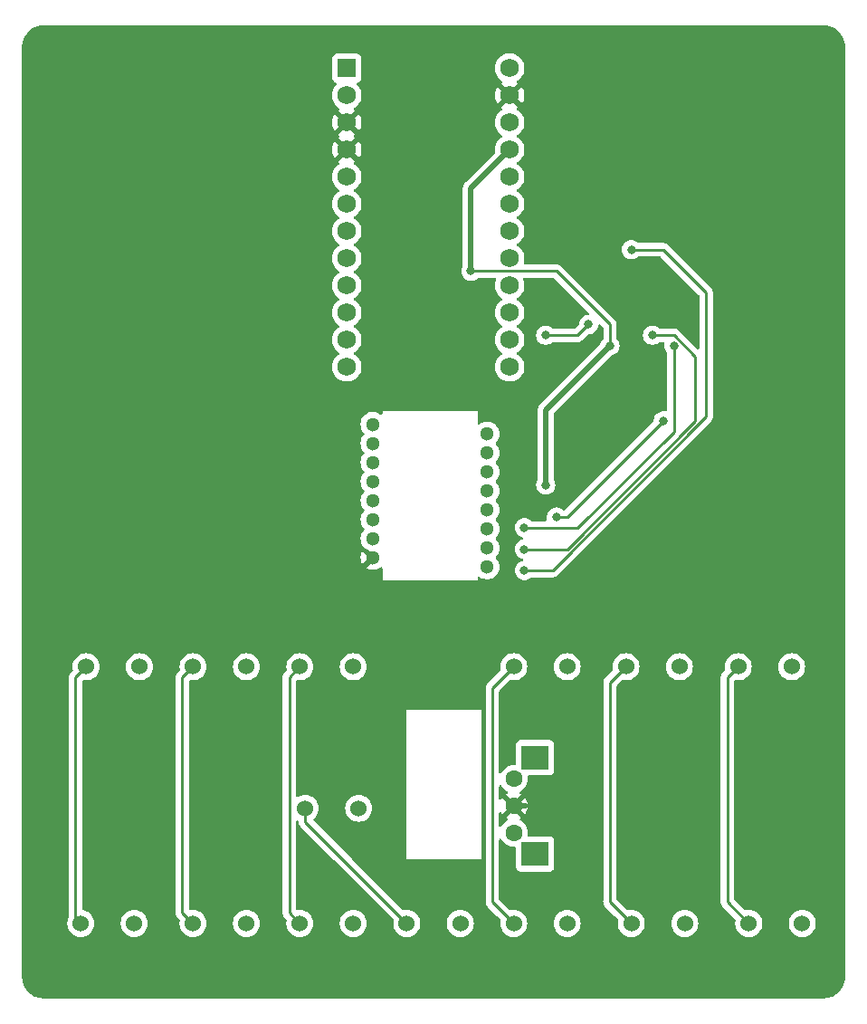
<source format=gbr>
%TF.GenerationSoftware,KiCad,Pcbnew,7.0.5*%
%TF.CreationDate,2023-09-29T16:27:13+09:00*%
%TF.ProjectId,ProMicro________,50726f4d-6963-4726-9f5f-7e9d7bdeef42,rev?*%
%TF.SameCoordinates,Original*%
%TF.FileFunction,Copper,L2,Bot*%
%TF.FilePolarity,Positive*%
%FSLAX46Y46*%
G04 Gerber Fmt 4.6, Leading zero omitted, Abs format (unit mm)*
G04 Created by KiCad (PCBNEW 7.0.5) date 2023-09-29 16:27:13*
%MOMM*%
%LPD*%
G01*
G04 APERTURE LIST*
%TA.AperFunction,ComponentPad*%
%ADD10C,1.524000*%
%TD*%
%TA.AperFunction,ComponentPad*%
%ADD11C,1.600000*%
%TD*%
%TA.AperFunction,ComponentPad*%
%ADD12R,2.600000X2.300000*%
%TD*%
%TA.AperFunction,ComponentPad*%
%ADD13C,1.300000*%
%TD*%
%TA.AperFunction,ComponentPad*%
%ADD14R,1.752600X1.752600*%
%TD*%
%TA.AperFunction,ComponentPad*%
%ADD15C,1.752600*%
%TD*%
%TA.AperFunction,ViaPad*%
%ADD16C,0.800000*%
%TD*%
%TA.AperFunction,Conductor*%
%ADD17C,0.250000*%
%TD*%
%TA.AperFunction,Conductor*%
%ADD18C,0.500000*%
%TD*%
G04 APERTURE END LIST*
D10*
%TO.P,SW14,1,1*%
%TO.N,COL6*%
X197000000Y-115000000D03*
%TO.P,SW14,2,2*%
%TO.N,Net-(D14-A)*%
X202000000Y-115000000D03*
%TD*%
%TO.P,SW11,1,1*%
%TO.N,COL3*%
X165000000Y-115000000D03*
%TO.P,SW11,2,2*%
%TO.N,Net-(D11-A)*%
X170000000Y-115000000D03*
%TD*%
%TO.P,SW9,1,1*%
%TO.N,COL1*%
X145000000Y-115000000D03*
%TO.P,SW9,2,2*%
%TO.N,Net-(D9-A)*%
X150000000Y-115000000D03*
%TD*%
%TO.P,SW3,1,1*%
%TO.N,COL2*%
X155000000Y-91000000D03*
%TO.P,SW3,2,2*%
%TO.N,Net-(D3-A)*%
X160000000Y-91000000D03*
%TD*%
%TO.P,SW13,1,1*%
%TO.N,COL5*%
X186000000Y-115000000D03*
%TO.P,SW13,2,2*%
%TO.N,Net-(D13-A)*%
X191000000Y-115000000D03*
%TD*%
%TO.P,SW12,1,1*%
%TO.N,COL4*%
X175000000Y-115000000D03*
%TO.P,SW12,2,2*%
%TO.N,Net-(D12-A)*%
X180000000Y-115000000D03*
%TD*%
D11*
%TO.P,SW15,1,A*%
%TO.N,RE0A*%
X175000000Y-101500000D03*
%TO.P,SW15,2,2*%
%TO.N,GND*%
X175000000Y-104000000D03*
%TO.P,SW15,3,3*%
%TO.N,RE0B*%
X175000000Y-106500000D03*
D12*
%TO.P,SW15,4*%
%TO.N,N/C*%
X177000000Y-99500000D03*
%TO.P,SW15,5*%
X177000000Y-108500000D03*
%TD*%
D10*
%TO.P,SW6,1,1*%
%TO.N,COL5*%
X185500000Y-91000000D03*
%TO.P,SW6,2,2*%
%TO.N,Net-(D6-A)*%
X190500000Y-91000000D03*
%TD*%
D13*
%TO.P,U5,1*%
%TO.N,N/C*%
X161820000Y-68325000D03*
%TO.P,U5,2*%
X161820000Y-70105000D03*
%TO.P,U5,3,VDDPIX*%
%TO.N,Net-(U5-VDDPIX)*%
X161820000Y-71885000D03*
%TO.P,U5,4,VDD*%
%TO.N,Net-(U2-OUT)*%
X161820000Y-73665000D03*
%TO.P,U5,5,VDDIO*%
X161820000Y-75445000D03*
%TO.P,U5,6*%
%TO.N,N/C*%
X161820000Y-77225000D03*
%TO.P,U5,7,~{RESET}*%
%TO.N,Net-(U5-~{RESET})*%
X161820000Y-79005000D03*
%TO.P,U5,8,GND*%
%TO.N,GND*%
X161820000Y-80785000D03*
%TO.P,U5,9,MOTION*%
%TO.N,unconnected-(U5-MOTION-Pad9)*%
X172520000Y-81675000D03*
%TO.P,U5,10,SCLK*%
%TO.N,SCLK1.9V*%
X172520000Y-79895000D03*
%TO.P,U5,11,MOSI*%
%TO.N,MOSI1.9V*%
X172520000Y-78115000D03*
%TO.P,U5,12,MISO*%
%TO.N,MISO1.9V*%
X172520000Y-76335000D03*
%TO.P,U5,13,~{CS}*%
%TO.N,NCS1.9V*%
X172520000Y-74555000D03*
%TO.P,U5,14*%
%TO.N,N/C*%
X172520000Y-72775000D03*
%TO.P,U5,15,LED_P*%
%TO.N,Net-(U5-LED_P)*%
X172520000Y-70995000D03*
%TO.P,U5,16*%
%TO.N,N/C*%
X172520000Y-69215000D03*
%TD*%
D10*
%TO.P,SW8,1,1*%
%TO.N,COL0*%
X134500000Y-115000000D03*
%TO.P,SW8,2,2*%
%TO.N,Net-(D8-A)*%
X139500000Y-115000000D03*
%TD*%
%TO.P,SW1,1,1*%
%TO.N,COL0*%
X135000000Y-91000000D03*
%TO.P,SW1,2,2*%
%TO.N,Net-(D1-A)*%
X140000000Y-91000000D03*
%TD*%
%TO.P,SW7,1,1*%
%TO.N,COL6*%
X196000000Y-91000000D03*
%TO.P,SW7,2,2*%
%TO.N,Net-(D7-A)*%
X201000000Y-91000000D03*
%TD*%
D14*
%TO.P,U1,1,TX0/D3*%
%TO.N,RE0B*%
X159380000Y-35016750D03*
D15*
%TO.P,U1,2,RX1/D2*%
%TO.N,RE0A*%
X159380000Y-37556750D03*
%TO.P,U1,3,GND*%
%TO.N,GND*%
X159380000Y-40096750D03*
%TO.P,U1,4,GND*%
X159380000Y-42636750D03*
%TO.P,U1,5,2/D1/SDA*%
%TO.N,COL0*%
X159380000Y-45176750D03*
%TO.P,U1,6,3/D0/SCL*%
%TO.N,COL1*%
X159380000Y-47716750D03*
%TO.P,U1,7,4/D4*%
%TO.N,COL2*%
X159380000Y-50256750D03*
%TO.P,U1,8,5/C6*%
%TO.N,COL3*%
X159380000Y-52796750D03*
%TO.P,U1,9,6/D7*%
%TO.N,COL4*%
X159380000Y-55336750D03*
%TO.P,U1,10,7/E6*%
%TO.N,COL5*%
X159380000Y-57876750D03*
%TO.P,U1,11,8/B4*%
%TO.N,COL6*%
X159380000Y-60416750D03*
%TO.P,U1,12,9/B5*%
%TO.N,unconnected-(U1-9{slash}B5-Pad12)*%
X159380000Y-62956750D03*
%TO.P,U1,13,B6/10*%
%TO.N,NCS*%
X174620000Y-62956750D03*
%TO.P,U1,14,B2/16*%
%TO.N,MOSI*%
X174620000Y-60416750D03*
%TO.P,U1,15,B3/14*%
%TO.N,MISO*%
X174620000Y-57876750D03*
%TO.P,U1,16,B1/15*%
%TO.N,SCLK*%
X174620000Y-55336750D03*
%TO.P,U1,17,F7/A0*%
%TO.N,unconnected-(U1-F7{slash}A0-Pad17)*%
X174620000Y-52796750D03*
%TO.P,U1,18,F6/A1*%
%TO.N,unconnected-(U1-F6{slash}A1-Pad18)*%
X174620000Y-50256750D03*
%TO.P,U1,19,F5/A2*%
%TO.N,ROW1*%
X174620000Y-47716750D03*
%TO.P,U1,20,F4/A3*%
%TO.N,ROW0*%
X174620000Y-45176750D03*
%TO.P,U1,21,VCC*%
%TO.N,VCC*%
X174620000Y-42636750D03*
%TO.P,U1,22,RST*%
%TO.N,RESET*%
X174620000Y-40096750D03*
%TO.P,U1,23,GND*%
%TO.N,GND*%
X174620000Y-37556750D03*
%TO.P,U1,24,RAW*%
%TO.N,unconnected-(U1-RAW-Pad24)*%
X174620000Y-35016750D03*
%TD*%
D10*
%TO.P,SW5,1,1*%
%TO.N,COL4*%
X175000000Y-91000000D03*
%TO.P,SW5,2,2*%
%TO.N,Net-(D5-A)*%
X180000000Y-91000000D03*
%TD*%
%TO.P,SW10,1,1*%
%TO.N,COL2*%
X155000000Y-115000000D03*
%TO.P,SW10,2,2*%
%TO.N,Net-(D10-A)*%
X160000000Y-115000000D03*
%TD*%
%TO.P,SW2,1,1*%
%TO.N,COL1*%
X145000000Y-91000000D03*
%TO.P,SW2,2,2*%
%TO.N,Net-(D2-A)*%
X150000000Y-91000000D03*
%TD*%
%TO.P,SW4,1,1*%
%TO.N,COL3*%
X155500000Y-104225000D03*
%TO.P,SW4,2,2*%
%TO.N,Net-(D4-A)*%
X160500000Y-104225000D03*
%TD*%
D16*
%TO.N,GND*%
X158000000Y-70000000D03*
%TO.N,MOSI*%
X182000000Y-59000000D03*
X178000000Y-60000000D03*
%TO.N,VCC*%
X178000000Y-74000000D03*
X184000000Y-61000000D03*
X171000000Y-54000000D03*
%TO.N,NCS1.9V*%
X179000000Y-77000000D03*
X189000000Y-68000000D03*
%TO.N,SCLK1.9V*%
X186000000Y-52000000D03*
X176000000Y-82000000D03*
%TO.N,MISO1.9V*%
X176000000Y-78000000D03*
X190000000Y-61000000D03*
%TO.N,MOSI1.9V*%
X188000000Y-60000000D03*
X176000000Y-80000000D03*
%TD*%
D17*
%TO.N,COL4*%
X173000000Y-113000000D02*
X175000000Y-115000000D01*
X175000000Y-91000000D02*
X173000000Y-93000000D01*
X173000000Y-93000000D02*
X173000000Y-113000000D01*
%TO.N,COL5*%
X185500000Y-91000000D02*
X184000000Y-92500000D01*
X184000000Y-92500000D02*
X184000000Y-113000000D01*
X184000000Y-113000000D02*
X186000000Y-115000000D01*
D18*
%TO.N,GND*%
X165000000Y-48256750D02*
X165000000Y-53000000D01*
X158000000Y-70000000D02*
X158000000Y-68000000D01*
X159000000Y-66000000D02*
X165000000Y-60000000D01*
X158000000Y-67000000D02*
X159000000Y-66000000D01*
X159380000Y-42636750D02*
X165000000Y-48256750D01*
X175000000Y-104000000D02*
X176131370Y-104000000D01*
X158000000Y-68000000D02*
X158000000Y-67000000D01*
X165000000Y-60000000D02*
X165000000Y-53000000D01*
D17*
%TO.N,COL0*%
X134000000Y-114500000D02*
X134500000Y-115000000D01*
X134000000Y-92000000D02*
X134000000Y-114500000D01*
X135000000Y-91000000D02*
X134000000Y-92000000D01*
%TO.N,COL1*%
X144000000Y-92000000D02*
X144000000Y-114000000D01*
X144000000Y-114000000D02*
X145000000Y-115000000D01*
X145000000Y-91000000D02*
X144000000Y-92000000D01*
%TO.N,COL2*%
X154000000Y-114000000D02*
X155000000Y-115000000D01*
X155000000Y-91000000D02*
X154000000Y-92000000D01*
X154000000Y-92000000D02*
X154000000Y-114000000D01*
%TO.N,COL3*%
X155500000Y-104225000D02*
X155500000Y-105500000D01*
X155500000Y-105500000D02*
X165000000Y-115000000D01*
%TO.N,COL6*%
X195000000Y-113000000D02*
X197000000Y-115000000D01*
X195000000Y-92000000D02*
X195000000Y-113000000D01*
X196000000Y-91000000D02*
X195000000Y-92000000D01*
%TO.N,MOSI*%
X178000000Y-60000000D02*
X181000000Y-60000000D01*
X181000000Y-60000000D02*
X182000000Y-59000000D01*
D18*
%TO.N,VCC*%
X174620000Y-42636750D02*
X171000000Y-46256750D01*
D17*
X184000000Y-61000000D02*
X184000000Y-59000000D01*
D18*
X178000000Y-67000000D02*
X184000000Y-61000000D01*
D17*
X184000000Y-59000000D02*
X179000000Y-54000000D01*
D18*
X178000000Y-74000000D02*
X178000000Y-67000000D01*
X171000000Y-46256750D02*
X171000000Y-54000000D01*
D17*
X179000000Y-54000000D02*
X171000000Y-54000000D01*
%TO.N,NCS1.9V*%
X179000000Y-77000000D02*
X180000000Y-77000000D01*
X180000000Y-77000000D02*
X189000000Y-68000000D01*
%TO.N,SCLK1.9V*%
X193000000Y-56000000D02*
X189000000Y-52000000D01*
X178636396Y-82000000D02*
X193000000Y-67636396D01*
X193000000Y-67636396D02*
X193000000Y-56000000D01*
X189000000Y-52000000D02*
X186000000Y-52000000D01*
X176000000Y-82000000D02*
X178636396Y-82000000D01*
%TO.N,MISO1.9V*%
X181000000Y-78000000D02*
X190000000Y-69000000D01*
X176000000Y-78000000D02*
X181000000Y-78000000D01*
X190000000Y-69000000D02*
X190000000Y-61000000D01*
%TO.N,MOSI1.9V*%
X190025305Y-60000000D02*
X188000000Y-60000000D01*
X192000000Y-68000000D02*
X192000000Y-61974695D01*
X176000000Y-80000000D02*
X180000000Y-80000000D01*
X192000000Y-61974695D02*
X190025305Y-60000000D01*
X180000000Y-80000000D02*
X192000000Y-68000000D01*
%TD*%
%TA.AperFunction,Conductor*%
%TO.N,GND*%
G36*
X174540507Y-104209844D02*
G01*
X174618239Y-104330798D01*
X174726900Y-104424952D01*
X174857685Y-104484680D01*
X174867466Y-104486086D01*
X174274526Y-105079025D01*
X174274526Y-105079026D01*
X174347512Y-105130131D01*
X174347515Y-105130132D01*
X174362974Y-105137341D01*
X174415414Y-105183513D01*
X174434567Y-105250706D01*
X174414352Y-105317587D01*
X174362978Y-105362105D01*
X174347269Y-105369430D01*
X174347265Y-105369432D01*
X174160858Y-105499954D01*
X173999954Y-105660858D01*
X173870103Y-105846307D01*
X173869432Y-105847266D01*
X173861880Y-105863459D01*
X173815709Y-105915897D01*
X173748515Y-105935048D01*
X173681634Y-105914832D01*
X173636300Y-105861666D01*
X173625500Y-105811052D01*
X173625500Y-104687765D01*
X173645185Y-104620726D01*
X173697989Y-104574971D01*
X173767147Y-104565027D01*
X173830703Y-104594052D01*
X173861883Y-104635362D01*
X173869866Y-104652482D01*
X173869866Y-104652483D01*
X173920973Y-104725471D01*
X173920973Y-104725472D01*
X174516922Y-104129522D01*
X174540507Y-104209844D01*
G37*
%TD.AperFunction*%
%TA.AperFunction,Conductor*%
G36*
X173830703Y-102095234D02*
G01*
X173861882Y-102136543D01*
X173869429Y-102152728D01*
X173869432Y-102152734D01*
X173999954Y-102339141D01*
X174160858Y-102500045D01*
X174160861Y-102500047D01*
X174347266Y-102630568D01*
X174362975Y-102637893D01*
X174415414Y-102684064D01*
X174434567Y-102751257D01*
X174414352Y-102818138D01*
X174362979Y-102862656D01*
X174347512Y-102869868D01*
X174274527Y-102920972D01*
X174274526Y-102920973D01*
X174867467Y-103513913D01*
X174857685Y-103515320D01*
X174726900Y-103575048D01*
X174618239Y-103669202D01*
X174540507Y-103790156D01*
X174516923Y-103870475D01*
X173920973Y-103274526D01*
X173869867Y-103347513D01*
X173861882Y-103364639D01*
X173815709Y-103417078D01*
X173748515Y-103436230D01*
X173681634Y-103416014D01*
X173636300Y-103362848D01*
X173625500Y-103312234D01*
X173625500Y-102188947D01*
X173645185Y-102121908D01*
X173697989Y-102076153D01*
X173767147Y-102066209D01*
X173830703Y-102095234D01*
G37*
%TD.AperFunction*%
%TA.AperFunction,Conductor*%
G36*
X204002019Y-31000633D02*
G01*
X204040149Y-31003131D01*
X204083793Y-31005992D01*
X204265459Y-31018985D01*
X204273102Y-31020015D01*
X204389451Y-31043158D01*
X204533666Y-31074531D01*
X204540383Y-31076395D01*
X204658618Y-31116531D01*
X204660224Y-31117103D01*
X204791740Y-31166156D01*
X204797483Y-31168635D01*
X204911830Y-31225024D01*
X204914042Y-31226173D01*
X205034913Y-31292173D01*
X205039641Y-31295037D01*
X205146649Y-31366537D01*
X205149358Y-31368454D01*
X205258652Y-31450271D01*
X205262345Y-31453265D01*
X205359502Y-31538469D01*
X205362448Y-31541228D01*
X205458769Y-31637549D01*
X205461526Y-31640492D01*
X205546729Y-31737648D01*
X205549732Y-31741353D01*
X205601564Y-31810592D01*
X205631543Y-31850639D01*
X205633461Y-31853349D01*
X205704961Y-31960357D01*
X205707828Y-31965091D01*
X205773802Y-32085912D01*
X205774992Y-32088204D01*
X205831356Y-32202499D01*
X205833842Y-32208258D01*
X205882878Y-32339727D01*
X205883497Y-32341465D01*
X205923597Y-32459596D01*
X205925472Y-32466352D01*
X205956848Y-32610590D01*
X205979980Y-32726880D01*
X205981015Y-32734560D01*
X205994021Y-32916413D01*
X205999367Y-32997966D01*
X205999500Y-33002023D01*
X205999500Y-119997976D01*
X205999367Y-120002033D01*
X205994021Y-120083585D01*
X205981015Y-120265438D01*
X205979980Y-120273118D01*
X205956848Y-120389408D01*
X205925472Y-120533646D01*
X205923597Y-120540402D01*
X205883497Y-120658533D01*
X205882878Y-120660271D01*
X205833842Y-120791740D01*
X205831356Y-120797499D01*
X205774992Y-120911794D01*
X205773802Y-120914086D01*
X205707828Y-121034907D01*
X205704961Y-121039641D01*
X205633461Y-121146649D01*
X205631543Y-121149359D01*
X205549744Y-121258631D01*
X205546723Y-121262357D01*
X205461529Y-121359502D01*
X205458755Y-121362464D01*
X205362464Y-121458755D01*
X205359502Y-121461529D01*
X205262357Y-121546723D01*
X205258631Y-121549744D01*
X205149359Y-121631543D01*
X205146649Y-121633461D01*
X205039641Y-121704961D01*
X205034907Y-121707828D01*
X204914086Y-121773802D01*
X204911794Y-121774992D01*
X204797499Y-121831356D01*
X204791740Y-121833842D01*
X204660271Y-121882878D01*
X204658533Y-121883497D01*
X204540402Y-121923597D01*
X204533646Y-121925472D01*
X204389408Y-121956848D01*
X204273118Y-121979980D01*
X204265438Y-121981015D01*
X204083585Y-121994021D01*
X204027608Y-121997690D01*
X204002025Y-121999367D01*
X203997976Y-121999500D01*
X131002024Y-121999500D01*
X130997974Y-121999367D01*
X130967355Y-121997360D01*
X130916413Y-121994021D01*
X130734560Y-121981015D01*
X130726880Y-121979980D01*
X130610590Y-121956848D01*
X130466352Y-121925472D01*
X130459596Y-121923597D01*
X130341465Y-121883497D01*
X130339727Y-121882878D01*
X130208258Y-121833842D01*
X130202499Y-121831356D01*
X130088204Y-121774992D01*
X130085912Y-121773802D01*
X129965091Y-121707828D01*
X129960357Y-121704961D01*
X129853349Y-121633461D01*
X129850639Y-121631543D01*
X129810592Y-121601564D01*
X129741353Y-121549732D01*
X129737648Y-121546729D01*
X129640492Y-121461526D01*
X129637549Y-121458769D01*
X129541228Y-121362448D01*
X129538469Y-121359502D01*
X129505450Y-121321851D01*
X129453265Y-121262345D01*
X129450271Y-121258652D01*
X129368454Y-121149358D01*
X129366537Y-121146649D01*
X129295037Y-121039641D01*
X129292170Y-121034907D01*
X129226173Y-120914042D01*
X129225024Y-120911830D01*
X129168635Y-120797483D01*
X129166156Y-120791740D01*
X129117103Y-120660224D01*
X129116531Y-120658618D01*
X129076395Y-120540383D01*
X129074531Y-120533666D01*
X129043150Y-120389408D01*
X129020015Y-120273102D01*
X129018985Y-120265459D01*
X129005992Y-120083793D01*
X129003256Y-120042056D01*
X129000633Y-120002018D01*
X129000500Y-119997963D01*
X129000500Y-115000002D01*
X133232677Y-115000002D01*
X133251929Y-115220062D01*
X133251930Y-115220070D01*
X133309104Y-115433445D01*
X133309105Y-115433447D01*
X133309106Y-115433450D01*
X133402466Y-115633661D01*
X133402466Y-115633662D01*
X133402468Y-115633666D01*
X133529170Y-115814615D01*
X133529175Y-115814621D01*
X133685378Y-115970824D01*
X133685384Y-115970829D01*
X133866333Y-116097531D01*
X133866335Y-116097532D01*
X133866338Y-116097534D01*
X134066550Y-116190894D01*
X134279932Y-116248070D01*
X134437123Y-116261822D01*
X134499998Y-116267323D01*
X134500000Y-116267323D01*
X134500002Y-116267323D01*
X134555017Y-116262509D01*
X134720068Y-116248070D01*
X134933450Y-116190894D01*
X135133662Y-116097534D01*
X135314620Y-115970826D01*
X135470826Y-115814620D01*
X135597534Y-115633662D01*
X135690894Y-115433450D01*
X135748070Y-115220068D01*
X135767323Y-115000002D01*
X138232677Y-115000002D01*
X138251929Y-115220062D01*
X138251930Y-115220070D01*
X138309104Y-115433445D01*
X138309105Y-115433447D01*
X138309106Y-115433450D01*
X138402466Y-115633662D01*
X138402468Y-115633666D01*
X138529170Y-115814615D01*
X138529175Y-115814621D01*
X138685378Y-115970824D01*
X138685384Y-115970829D01*
X138866333Y-116097531D01*
X138866335Y-116097532D01*
X138866338Y-116097534D01*
X139066550Y-116190894D01*
X139279932Y-116248070D01*
X139437123Y-116261822D01*
X139499998Y-116267323D01*
X139500000Y-116267323D01*
X139500002Y-116267323D01*
X139555016Y-116262509D01*
X139720068Y-116248070D01*
X139933450Y-116190894D01*
X140133662Y-116097534D01*
X140314620Y-115970826D01*
X140470826Y-115814620D01*
X140597534Y-115633662D01*
X140690894Y-115433450D01*
X140748070Y-115220068D01*
X140767323Y-115000000D01*
X140748070Y-114779932D01*
X140690894Y-114566550D01*
X140597534Y-114366339D01*
X140534179Y-114275859D01*
X140470827Y-114185381D01*
X140403304Y-114117858D01*
X140314620Y-114029174D01*
X140314616Y-114029171D01*
X140314615Y-114029170D01*
X140133666Y-113902468D01*
X140133662Y-113902466D01*
X140133660Y-113902465D01*
X139933450Y-113809106D01*
X139933447Y-113809105D01*
X139933445Y-113809104D01*
X139720070Y-113751930D01*
X139720062Y-113751929D01*
X139500002Y-113732677D01*
X139499998Y-113732677D01*
X139279937Y-113751929D01*
X139279929Y-113751930D01*
X139066554Y-113809104D01*
X139066548Y-113809107D01*
X138866340Y-113902465D01*
X138866338Y-113902466D01*
X138685377Y-114029175D01*
X138529175Y-114185377D01*
X138402466Y-114366338D01*
X138402465Y-114366340D01*
X138309107Y-114566548D01*
X138309104Y-114566554D01*
X138251930Y-114779929D01*
X138251929Y-114779937D01*
X138232677Y-114999997D01*
X138232677Y-115000002D01*
X135767323Y-115000002D01*
X135767323Y-115000000D01*
X135748070Y-114779932D01*
X135690894Y-114566550D01*
X135597534Y-114366339D01*
X135534179Y-114275859D01*
X135470827Y-114185381D01*
X135403304Y-114117858D01*
X135314620Y-114029174D01*
X135314616Y-114029171D01*
X135314615Y-114029170D01*
X135133666Y-113902468D01*
X135133662Y-113902466D01*
X135133660Y-113902465D01*
X134933450Y-113809106D01*
X134933447Y-113809105D01*
X134933445Y-113809104D01*
X134764020Y-113763707D01*
X134720068Y-113751930D01*
X134720066Y-113751929D01*
X134717406Y-113751217D01*
X134657746Y-113714852D01*
X134627217Y-113652005D01*
X134625500Y-113631442D01*
X134625500Y-92368289D01*
X134645185Y-92301250D01*
X134697989Y-92255495D01*
X134767147Y-92245551D01*
X134776289Y-92247427D01*
X134779922Y-92248067D01*
X134779932Y-92248070D01*
X134937123Y-92261822D01*
X134999998Y-92267323D01*
X135000000Y-92267323D01*
X135000002Y-92267323D01*
X135055017Y-92262509D01*
X135220068Y-92248070D01*
X135433450Y-92190894D01*
X135633662Y-92097534D01*
X135814620Y-91970826D01*
X135970826Y-91814620D01*
X136097534Y-91633662D01*
X136190894Y-91433450D01*
X136248070Y-91220068D01*
X136267323Y-91000002D01*
X138732677Y-91000002D01*
X138751929Y-91220062D01*
X138751930Y-91220070D01*
X138809104Y-91433445D01*
X138809105Y-91433447D01*
X138809106Y-91433450D01*
X138883654Y-91593319D01*
X138902466Y-91633662D01*
X138902468Y-91633666D01*
X139029170Y-91814615D01*
X139029175Y-91814621D01*
X139185378Y-91970824D01*
X139185384Y-91970829D01*
X139366333Y-92097531D01*
X139366335Y-92097532D01*
X139366338Y-92097534D01*
X139566550Y-92190894D01*
X139779932Y-92248070D01*
X139937123Y-92261822D01*
X139999998Y-92267323D01*
X140000000Y-92267323D01*
X140000002Y-92267323D01*
X140055017Y-92262509D01*
X140220068Y-92248070D01*
X140433450Y-92190894D01*
X140633662Y-92097534D01*
X140801240Y-91980195D01*
X143369840Y-91980195D01*
X143374225Y-92026583D01*
X143374500Y-92032421D01*
X143374500Y-113917255D01*
X143372775Y-113932872D01*
X143373061Y-113932899D01*
X143372326Y-113940666D01*
X143374469Y-114008846D01*
X143374500Y-114010793D01*
X143374500Y-114039343D01*
X143374501Y-114039360D01*
X143375368Y-114046231D01*
X143375826Y-114052050D01*
X143377290Y-114098624D01*
X143377291Y-114098627D01*
X143382880Y-114117867D01*
X143386824Y-114136911D01*
X143389336Y-114156792D01*
X143400655Y-114185381D01*
X143406490Y-114200119D01*
X143408382Y-114205647D01*
X143421381Y-114250388D01*
X143431580Y-114267634D01*
X143440138Y-114285103D01*
X143447514Y-114303732D01*
X143474898Y-114341423D01*
X143478106Y-114346307D01*
X143501827Y-114386416D01*
X143501833Y-114386424D01*
X143515990Y-114400580D01*
X143528628Y-114415376D01*
X143540405Y-114431586D01*
X143540406Y-114431587D01*
X143576309Y-114461288D01*
X143580620Y-114465210D01*
X143681953Y-114566543D01*
X143731613Y-114616203D01*
X143765098Y-114677526D01*
X143763707Y-114735976D01*
X143751931Y-114779926D01*
X143751930Y-114779933D01*
X143732677Y-114999997D01*
X143732677Y-115000002D01*
X143751929Y-115220062D01*
X143751930Y-115220070D01*
X143809104Y-115433445D01*
X143809105Y-115433447D01*
X143809106Y-115433450D01*
X143902466Y-115633661D01*
X143902466Y-115633662D01*
X143902468Y-115633666D01*
X144029170Y-115814615D01*
X144029175Y-115814621D01*
X144185378Y-115970824D01*
X144185384Y-115970829D01*
X144366333Y-116097531D01*
X144366335Y-116097532D01*
X144366338Y-116097534D01*
X144566550Y-116190894D01*
X144779932Y-116248070D01*
X144937123Y-116261822D01*
X144999998Y-116267323D01*
X145000000Y-116267323D01*
X145000002Y-116267323D01*
X145055017Y-116262509D01*
X145220068Y-116248070D01*
X145433450Y-116190894D01*
X145633662Y-116097534D01*
X145814620Y-115970826D01*
X145970826Y-115814620D01*
X146097534Y-115633662D01*
X146190894Y-115433450D01*
X146248070Y-115220068D01*
X146267323Y-115000002D01*
X148732677Y-115000002D01*
X148751929Y-115220062D01*
X148751930Y-115220070D01*
X148809104Y-115433445D01*
X148809105Y-115433447D01*
X148809106Y-115433450D01*
X148902466Y-115633662D01*
X148902468Y-115633666D01*
X149029170Y-115814615D01*
X149029175Y-115814621D01*
X149185378Y-115970824D01*
X149185384Y-115970829D01*
X149366333Y-116097531D01*
X149366335Y-116097532D01*
X149366338Y-116097534D01*
X149566550Y-116190894D01*
X149779932Y-116248070D01*
X149937123Y-116261822D01*
X149999998Y-116267323D01*
X150000000Y-116267323D01*
X150000002Y-116267323D01*
X150055016Y-116262509D01*
X150220068Y-116248070D01*
X150433450Y-116190894D01*
X150633662Y-116097534D01*
X150814620Y-115970826D01*
X150970826Y-115814620D01*
X151097534Y-115633662D01*
X151190894Y-115433450D01*
X151248070Y-115220068D01*
X151267323Y-115000000D01*
X151248070Y-114779932D01*
X151190894Y-114566550D01*
X151097534Y-114366339D01*
X151034180Y-114275859D01*
X150970827Y-114185381D01*
X150903304Y-114117858D01*
X150814620Y-114029174D01*
X150814616Y-114029171D01*
X150814615Y-114029170D01*
X150633666Y-113902468D01*
X150633662Y-113902466D01*
X150633660Y-113902465D01*
X150433450Y-113809106D01*
X150433447Y-113809105D01*
X150433445Y-113809104D01*
X150220070Y-113751930D01*
X150220062Y-113751929D01*
X150000002Y-113732677D01*
X149999998Y-113732677D01*
X149779937Y-113751929D01*
X149779929Y-113751930D01*
X149566554Y-113809104D01*
X149566548Y-113809107D01*
X149366340Y-113902465D01*
X149366338Y-113902466D01*
X149185377Y-114029175D01*
X149029175Y-114185377D01*
X148902466Y-114366338D01*
X148902465Y-114366340D01*
X148809107Y-114566548D01*
X148809104Y-114566554D01*
X148751930Y-114779929D01*
X148751929Y-114779937D01*
X148732677Y-114999997D01*
X148732677Y-115000002D01*
X146267323Y-115000002D01*
X146267323Y-115000000D01*
X146248070Y-114779932D01*
X146190894Y-114566550D01*
X146097534Y-114366339D01*
X146034180Y-114275859D01*
X145970827Y-114185381D01*
X145903304Y-114117858D01*
X145814620Y-114029174D01*
X145814616Y-114029171D01*
X145814615Y-114029170D01*
X145633666Y-113902468D01*
X145633662Y-113902466D01*
X145633660Y-113902465D01*
X145433450Y-113809106D01*
X145433447Y-113809105D01*
X145433445Y-113809104D01*
X145220070Y-113751930D01*
X145220062Y-113751929D01*
X145000002Y-113732677D01*
X144999998Y-113732677D01*
X144874506Y-113743656D01*
X144779932Y-113751930D01*
X144779930Y-113751930D01*
X144774596Y-113752871D01*
X144774321Y-113751311D01*
X144711742Y-113749822D01*
X144653880Y-113710659D01*
X144626377Y-113646430D01*
X144625500Y-113631710D01*
X144625500Y-92368289D01*
X144645185Y-92301250D01*
X144697989Y-92255495D01*
X144767147Y-92245551D01*
X144776289Y-92247427D01*
X144779922Y-92248067D01*
X144779932Y-92248070D01*
X144937123Y-92261822D01*
X144999998Y-92267323D01*
X145000000Y-92267323D01*
X145000002Y-92267323D01*
X145055017Y-92262509D01*
X145220068Y-92248070D01*
X145433450Y-92190894D01*
X145633662Y-92097534D01*
X145814620Y-91970826D01*
X145970826Y-91814620D01*
X146097534Y-91633662D01*
X146190894Y-91433450D01*
X146248070Y-91220068D01*
X146267323Y-91000002D01*
X148732677Y-91000002D01*
X148751929Y-91220062D01*
X148751930Y-91220070D01*
X148809104Y-91433445D01*
X148809105Y-91433447D01*
X148809106Y-91433450D01*
X148883654Y-91593319D01*
X148902466Y-91633662D01*
X148902468Y-91633666D01*
X149029170Y-91814615D01*
X149029175Y-91814621D01*
X149185378Y-91970824D01*
X149185384Y-91970829D01*
X149366333Y-92097531D01*
X149366335Y-92097532D01*
X149366338Y-92097534D01*
X149566550Y-92190894D01*
X149779932Y-92248070D01*
X149937123Y-92261822D01*
X149999998Y-92267323D01*
X150000000Y-92267323D01*
X150000002Y-92267323D01*
X150055016Y-92262509D01*
X150220068Y-92248070D01*
X150433450Y-92190894D01*
X150633662Y-92097534D01*
X150801240Y-91980195D01*
X153369840Y-91980195D01*
X153374225Y-92026583D01*
X153374500Y-92032421D01*
X153374500Y-113917255D01*
X153372775Y-113932872D01*
X153373061Y-113932899D01*
X153372326Y-113940666D01*
X153374469Y-114008846D01*
X153374500Y-114010793D01*
X153374500Y-114039343D01*
X153374501Y-114039360D01*
X153375368Y-114046231D01*
X153375826Y-114052050D01*
X153377290Y-114098624D01*
X153377291Y-114098627D01*
X153382880Y-114117867D01*
X153386824Y-114136911D01*
X153389336Y-114156792D01*
X153400655Y-114185381D01*
X153406490Y-114200119D01*
X153408382Y-114205647D01*
X153421381Y-114250388D01*
X153431580Y-114267634D01*
X153440138Y-114285103D01*
X153447514Y-114303732D01*
X153474898Y-114341423D01*
X153478106Y-114346307D01*
X153501827Y-114386416D01*
X153501833Y-114386424D01*
X153515990Y-114400580D01*
X153528628Y-114415376D01*
X153540405Y-114431586D01*
X153540406Y-114431587D01*
X153576309Y-114461288D01*
X153580620Y-114465210D01*
X153681953Y-114566543D01*
X153731613Y-114616203D01*
X153765098Y-114677526D01*
X153763707Y-114735976D01*
X153751931Y-114779926D01*
X153751930Y-114779933D01*
X153732677Y-114999997D01*
X153732677Y-115000002D01*
X153751929Y-115220062D01*
X153751930Y-115220070D01*
X153809104Y-115433445D01*
X153809105Y-115433447D01*
X153809106Y-115433450D01*
X153902466Y-115633661D01*
X153902466Y-115633662D01*
X153902468Y-115633666D01*
X154029170Y-115814615D01*
X154029175Y-115814621D01*
X154185378Y-115970824D01*
X154185384Y-115970829D01*
X154366333Y-116097531D01*
X154366335Y-116097532D01*
X154366338Y-116097534D01*
X154566550Y-116190894D01*
X154779932Y-116248070D01*
X154937123Y-116261822D01*
X154999998Y-116267323D01*
X155000000Y-116267323D01*
X155000002Y-116267323D01*
X155055017Y-116262509D01*
X155220068Y-116248070D01*
X155433450Y-116190894D01*
X155633662Y-116097534D01*
X155814620Y-115970826D01*
X155970826Y-115814620D01*
X156097534Y-115633662D01*
X156190894Y-115433450D01*
X156248070Y-115220068D01*
X156267323Y-115000002D01*
X158732677Y-115000002D01*
X158751929Y-115220062D01*
X158751930Y-115220070D01*
X158809104Y-115433445D01*
X158809105Y-115433447D01*
X158809106Y-115433450D01*
X158902466Y-115633662D01*
X158902468Y-115633666D01*
X159029170Y-115814615D01*
X159029175Y-115814621D01*
X159185378Y-115970824D01*
X159185384Y-115970829D01*
X159366333Y-116097531D01*
X159366335Y-116097532D01*
X159366338Y-116097534D01*
X159566550Y-116190894D01*
X159779932Y-116248070D01*
X159937123Y-116261822D01*
X159999998Y-116267323D01*
X160000000Y-116267323D01*
X160000002Y-116267323D01*
X160055017Y-116262509D01*
X160220068Y-116248070D01*
X160433450Y-116190894D01*
X160633662Y-116097534D01*
X160814620Y-115970826D01*
X160970826Y-115814620D01*
X161097534Y-115633662D01*
X161190894Y-115433450D01*
X161248070Y-115220068D01*
X161267323Y-115000000D01*
X161248070Y-114779932D01*
X161190894Y-114566550D01*
X161097534Y-114366339D01*
X161034180Y-114275859D01*
X160970827Y-114185381D01*
X160903304Y-114117858D01*
X160814620Y-114029174D01*
X160814616Y-114029171D01*
X160814615Y-114029170D01*
X160633666Y-113902468D01*
X160633662Y-113902466D01*
X160633660Y-113902465D01*
X160433450Y-113809106D01*
X160433447Y-113809105D01*
X160433445Y-113809104D01*
X160220070Y-113751930D01*
X160220062Y-113751929D01*
X160000002Y-113732677D01*
X159999998Y-113732677D01*
X159779937Y-113751929D01*
X159779929Y-113751930D01*
X159566554Y-113809104D01*
X159566548Y-113809107D01*
X159366340Y-113902465D01*
X159366338Y-113902466D01*
X159185377Y-114029175D01*
X159029175Y-114185377D01*
X158902466Y-114366338D01*
X158902465Y-114366340D01*
X158809107Y-114566548D01*
X158809104Y-114566554D01*
X158751930Y-114779929D01*
X158751929Y-114779937D01*
X158732677Y-114999997D01*
X158732677Y-115000002D01*
X156267323Y-115000002D01*
X156267323Y-115000000D01*
X156248070Y-114779932D01*
X156190894Y-114566550D01*
X156097534Y-114366339D01*
X156034180Y-114275859D01*
X155970827Y-114185381D01*
X155903304Y-114117858D01*
X155814620Y-114029174D01*
X155814616Y-114029171D01*
X155814615Y-114029170D01*
X155633666Y-113902468D01*
X155633662Y-113902466D01*
X155633660Y-113902465D01*
X155433450Y-113809106D01*
X155433447Y-113809105D01*
X155433445Y-113809104D01*
X155220070Y-113751930D01*
X155220062Y-113751929D01*
X155000002Y-113732677D01*
X154999998Y-113732677D01*
X154874506Y-113743656D01*
X154779932Y-113751930D01*
X154779930Y-113751930D01*
X154774596Y-113752871D01*
X154774321Y-113751311D01*
X154711742Y-113749822D01*
X154653880Y-113710659D01*
X154626377Y-113646430D01*
X154625500Y-113631710D01*
X154625500Y-105479946D01*
X154645185Y-105412907D01*
X154697989Y-105367152D01*
X154767147Y-105357208D01*
X154830703Y-105386233D01*
X154868477Y-105445011D01*
X154873439Y-105476051D01*
X154874469Y-105508846D01*
X154874500Y-105510793D01*
X154874500Y-105539343D01*
X154874501Y-105539360D01*
X154875368Y-105546231D01*
X154875826Y-105552050D01*
X154877290Y-105598624D01*
X154877291Y-105598627D01*
X154882880Y-105617867D01*
X154886824Y-105636911D01*
X154889336Y-105656791D01*
X154906490Y-105700119D01*
X154908382Y-105705647D01*
X154921381Y-105750388D01*
X154931580Y-105767634D01*
X154940138Y-105785103D01*
X154947514Y-105803732D01*
X154974898Y-105841423D01*
X154978106Y-105846307D01*
X155001827Y-105886416D01*
X155001833Y-105886424D01*
X155015990Y-105900580D01*
X155028627Y-105915375D01*
X155031261Y-105919000D01*
X155040405Y-105931586D01*
X155040406Y-105931587D01*
X155076309Y-105961288D01*
X155080620Y-105965210D01*
X158090877Y-108975467D01*
X163731613Y-114616204D01*
X163765098Y-114677527D01*
X163763707Y-114735977D01*
X163751931Y-114779926D01*
X163751930Y-114779933D01*
X163732677Y-114999997D01*
X163732677Y-115000002D01*
X163751929Y-115220062D01*
X163751930Y-115220070D01*
X163809104Y-115433445D01*
X163809105Y-115433447D01*
X163809106Y-115433450D01*
X163902466Y-115633661D01*
X163902466Y-115633662D01*
X163902468Y-115633666D01*
X164029170Y-115814615D01*
X164029175Y-115814621D01*
X164185378Y-115970824D01*
X164185384Y-115970829D01*
X164366333Y-116097531D01*
X164366335Y-116097532D01*
X164366338Y-116097534D01*
X164566550Y-116190894D01*
X164779932Y-116248070D01*
X164937123Y-116261822D01*
X164999998Y-116267323D01*
X165000000Y-116267323D01*
X165000002Y-116267323D01*
X165055017Y-116262509D01*
X165220068Y-116248070D01*
X165433450Y-116190894D01*
X165633662Y-116097534D01*
X165814620Y-115970826D01*
X165970826Y-115814620D01*
X166097534Y-115633662D01*
X166190894Y-115433450D01*
X166248070Y-115220068D01*
X166267323Y-115000002D01*
X168732677Y-115000002D01*
X168751929Y-115220062D01*
X168751930Y-115220070D01*
X168809104Y-115433445D01*
X168809105Y-115433447D01*
X168809106Y-115433450D01*
X168902466Y-115633662D01*
X168902468Y-115633666D01*
X169029170Y-115814615D01*
X169029175Y-115814621D01*
X169185378Y-115970824D01*
X169185384Y-115970829D01*
X169366333Y-116097531D01*
X169366335Y-116097532D01*
X169366338Y-116097534D01*
X169566550Y-116190894D01*
X169779932Y-116248070D01*
X169937123Y-116261822D01*
X169999998Y-116267323D01*
X170000000Y-116267323D01*
X170000002Y-116267323D01*
X170055016Y-116262509D01*
X170220068Y-116248070D01*
X170433450Y-116190894D01*
X170633662Y-116097534D01*
X170814620Y-115970826D01*
X170970826Y-115814620D01*
X171097534Y-115633662D01*
X171190894Y-115433450D01*
X171248070Y-115220068D01*
X171267323Y-115000000D01*
X171248070Y-114779932D01*
X171190894Y-114566550D01*
X171097534Y-114366339D01*
X171034180Y-114275859D01*
X170970827Y-114185381D01*
X170903304Y-114117858D01*
X170814620Y-114029174D01*
X170814616Y-114029171D01*
X170814615Y-114029170D01*
X170633666Y-113902468D01*
X170633662Y-113902466D01*
X170633660Y-113902465D01*
X170433450Y-113809106D01*
X170433447Y-113809105D01*
X170433445Y-113809104D01*
X170220070Y-113751930D01*
X170220062Y-113751929D01*
X170000002Y-113732677D01*
X169999998Y-113732677D01*
X169779937Y-113751929D01*
X169779929Y-113751930D01*
X169566554Y-113809104D01*
X169566548Y-113809107D01*
X169366340Y-113902465D01*
X169366338Y-113902466D01*
X169185377Y-114029175D01*
X169029175Y-114185377D01*
X168902466Y-114366338D01*
X168902465Y-114366340D01*
X168809107Y-114566548D01*
X168809104Y-114566554D01*
X168751930Y-114779929D01*
X168751929Y-114779937D01*
X168732677Y-114999997D01*
X168732677Y-115000002D01*
X166267323Y-115000002D01*
X166267323Y-115000000D01*
X166248070Y-114779932D01*
X166190894Y-114566550D01*
X166097534Y-114366339D01*
X166034180Y-114275859D01*
X165970827Y-114185381D01*
X165903304Y-114117858D01*
X165814620Y-114029174D01*
X165814616Y-114029171D01*
X165814615Y-114029170D01*
X165633666Y-113902468D01*
X165633662Y-113902466D01*
X165633660Y-113902465D01*
X165433450Y-113809106D01*
X165433447Y-113809105D01*
X165433445Y-113809104D01*
X165220070Y-113751930D01*
X165220062Y-113751929D01*
X165000002Y-113732677D01*
X164999998Y-113732677D01*
X164874506Y-113743656D01*
X164779932Y-113751930D01*
X164779930Y-113751930D01*
X164779926Y-113751931D01*
X164735976Y-113763707D01*
X164666126Y-113762043D01*
X164616203Y-113731613D01*
X159860480Y-108975889D01*
X164999416Y-108975889D01*
X164999459Y-109000001D01*
X164999544Y-109000206D01*
X164999616Y-109000382D01*
X164999618Y-109000384D01*
X164999808Y-109000462D01*
X165000000Y-109000541D01*
X165000002Y-109000539D01*
X165024616Y-109000524D01*
X165024616Y-109000528D01*
X165024760Y-109000500D01*
X171975240Y-109000500D01*
X171975383Y-109000528D01*
X171975384Y-109000524D01*
X171999997Y-109000539D01*
X172000000Y-109000541D01*
X172000383Y-109000383D01*
X172000500Y-109000099D01*
X172000541Y-109000000D01*
X172000540Y-108999997D01*
X172000583Y-108975889D01*
X172000500Y-108975467D01*
X172000500Y-95024759D01*
X172000528Y-95024616D01*
X172000524Y-95024616D01*
X172000539Y-95000002D01*
X172000541Y-95000000D01*
X172000462Y-94999808D01*
X172000384Y-94999618D01*
X172000383Y-94999617D01*
X172000381Y-94999616D01*
X172000090Y-94999496D01*
X172000001Y-94999459D01*
X171975446Y-94999459D01*
X171975240Y-94999500D01*
X165024760Y-94999500D01*
X165024554Y-94999459D01*
X164999998Y-94999459D01*
X164999909Y-94999496D01*
X164999619Y-94999615D01*
X164999615Y-94999618D01*
X164999459Y-94999999D01*
X164999476Y-95024616D01*
X164999471Y-95024616D01*
X164999500Y-95024759D01*
X164999500Y-108975467D01*
X164999416Y-108975889D01*
X159860480Y-108975889D01*
X156281364Y-105396773D01*
X156247879Y-105335450D01*
X156252863Y-105265758D01*
X156294735Y-105209825D01*
X156297876Y-105207549D01*
X156314620Y-105195826D01*
X156470826Y-105039620D01*
X156597534Y-104858662D01*
X156690894Y-104658450D01*
X156748070Y-104445068D01*
X156767323Y-104225002D01*
X159232677Y-104225002D01*
X159251929Y-104445062D01*
X159251930Y-104445070D01*
X159309104Y-104658445D01*
X159309105Y-104658447D01*
X159309106Y-104658450D01*
X159340359Y-104725472D01*
X159402466Y-104858662D01*
X159402468Y-104858666D01*
X159529170Y-105039615D01*
X159529175Y-105039621D01*
X159685378Y-105195824D01*
X159685384Y-105195829D01*
X159866333Y-105322531D01*
X159866335Y-105322532D01*
X159866338Y-105322534D01*
X160066550Y-105415894D01*
X160279932Y-105473070D01*
X160437123Y-105486822D01*
X160499998Y-105492323D01*
X160500000Y-105492323D01*
X160500002Y-105492323D01*
X160555017Y-105487509D01*
X160720068Y-105473070D01*
X160933450Y-105415894D01*
X161133662Y-105322534D01*
X161314620Y-105195826D01*
X161470826Y-105039620D01*
X161597534Y-104858662D01*
X161690894Y-104658450D01*
X161748070Y-104445068D01*
X161767323Y-104225000D01*
X161748070Y-104004932D01*
X161690894Y-103791550D01*
X161597534Y-103591339D01*
X161470826Y-103410380D01*
X161314620Y-103254174D01*
X161314616Y-103254171D01*
X161314615Y-103254170D01*
X161133666Y-103127468D01*
X161133662Y-103127466D01*
X161104447Y-103113843D01*
X160933450Y-103034106D01*
X160933447Y-103034105D01*
X160933445Y-103034104D01*
X160720070Y-102976930D01*
X160720062Y-102976929D01*
X160500002Y-102957677D01*
X160499998Y-102957677D01*
X160279937Y-102976929D01*
X160279929Y-102976930D01*
X160066554Y-103034104D01*
X160066548Y-103034107D01*
X159866340Y-103127465D01*
X159866338Y-103127466D01*
X159685377Y-103254175D01*
X159529175Y-103410377D01*
X159402466Y-103591338D01*
X159402465Y-103591340D01*
X159376769Y-103646446D01*
X159317570Y-103773400D01*
X159309107Y-103791548D01*
X159309104Y-103791554D01*
X159251930Y-104004929D01*
X159251929Y-104004937D01*
X159232677Y-104224997D01*
X159232677Y-104225002D01*
X156767323Y-104225002D01*
X156767323Y-104225000D01*
X156748070Y-104004932D01*
X156690894Y-103791550D01*
X156597534Y-103591339D01*
X156470826Y-103410380D01*
X156314620Y-103254174D01*
X156314616Y-103254171D01*
X156314615Y-103254170D01*
X156133666Y-103127468D01*
X156133662Y-103127466D01*
X156104447Y-103113843D01*
X155933450Y-103034106D01*
X155933447Y-103034105D01*
X155933445Y-103034104D01*
X155720070Y-102976930D01*
X155720062Y-102976929D01*
X155500002Y-102957677D01*
X155499998Y-102957677D01*
X155279937Y-102976929D01*
X155279929Y-102976930D01*
X155066554Y-103034104D01*
X155066548Y-103034107D01*
X154866340Y-103127465D01*
X154820622Y-103159477D01*
X154754416Y-103181804D01*
X154686648Y-103164792D01*
X154638836Y-103113843D01*
X154625500Y-103057901D01*
X154625500Y-92980195D01*
X172369840Y-92980195D01*
X172374225Y-93026583D01*
X172374500Y-93032421D01*
X172374500Y-112917255D01*
X172372775Y-112932872D01*
X172373061Y-112932899D01*
X172372326Y-112940666D01*
X172374469Y-113008846D01*
X172374500Y-113010793D01*
X172374500Y-113039343D01*
X172374501Y-113039360D01*
X172375368Y-113046231D01*
X172375826Y-113052050D01*
X172377290Y-113098624D01*
X172377291Y-113098627D01*
X172382880Y-113117867D01*
X172386824Y-113136911D01*
X172389336Y-113156791D01*
X172406490Y-113200119D01*
X172408382Y-113205647D01*
X172421381Y-113250388D01*
X172431580Y-113267634D01*
X172440138Y-113285103D01*
X172447514Y-113303732D01*
X172474898Y-113341423D01*
X172478106Y-113346307D01*
X172501827Y-113386416D01*
X172501833Y-113386424D01*
X172515990Y-113400580D01*
X172528628Y-113415376D01*
X172540405Y-113431586D01*
X172540406Y-113431587D01*
X172576309Y-113461288D01*
X172580620Y-113465210D01*
X173456832Y-114341423D01*
X173731613Y-114616204D01*
X173765098Y-114677527D01*
X173763707Y-114735977D01*
X173751931Y-114779926D01*
X173751930Y-114779933D01*
X173732677Y-114999997D01*
X173732677Y-115000002D01*
X173751929Y-115220062D01*
X173751930Y-115220070D01*
X173809104Y-115433445D01*
X173809105Y-115433447D01*
X173809106Y-115433450D01*
X173902466Y-115633661D01*
X173902466Y-115633662D01*
X173902468Y-115633666D01*
X174029170Y-115814615D01*
X174029175Y-115814621D01*
X174185378Y-115970824D01*
X174185384Y-115970829D01*
X174366333Y-116097531D01*
X174366335Y-116097532D01*
X174366338Y-116097534D01*
X174566550Y-116190894D01*
X174779932Y-116248070D01*
X174937123Y-116261822D01*
X174999998Y-116267323D01*
X175000000Y-116267323D01*
X175000002Y-116267323D01*
X175055017Y-116262509D01*
X175220068Y-116248070D01*
X175433450Y-116190894D01*
X175633662Y-116097534D01*
X175814620Y-115970826D01*
X175970826Y-115814620D01*
X176097534Y-115633662D01*
X176190894Y-115433450D01*
X176248070Y-115220068D01*
X176267323Y-115000002D01*
X178732677Y-115000002D01*
X178751929Y-115220062D01*
X178751930Y-115220070D01*
X178809104Y-115433445D01*
X178809105Y-115433447D01*
X178809106Y-115433450D01*
X178902466Y-115633661D01*
X178902466Y-115633662D01*
X178902468Y-115633666D01*
X179029170Y-115814615D01*
X179029175Y-115814621D01*
X179185378Y-115970824D01*
X179185384Y-115970829D01*
X179366333Y-116097531D01*
X179366335Y-116097532D01*
X179366338Y-116097534D01*
X179566550Y-116190894D01*
X179779932Y-116248070D01*
X179937123Y-116261822D01*
X179999998Y-116267323D01*
X180000000Y-116267323D01*
X180000002Y-116267323D01*
X180055017Y-116262509D01*
X180220068Y-116248070D01*
X180433450Y-116190894D01*
X180633662Y-116097534D01*
X180814620Y-115970826D01*
X180970826Y-115814620D01*
X181097534Y-115633662D01*
X181190894Y-115433450D01*
X181248070Y-115220068D01*
X181267323Y-115000000D01*
X181248070Y-114779932D01*
X181190894Y-114566550D01*
X181097534Y-114366339D01*
X181034180Y-114275859D01*
X180970827Y-114185381D01*
X180903304Y-114117858D01*
X180814620Y-114029174D01*
X180814616Y-114029171D01*
X180814615Y-114029170D01*
X180633666Y-113902468D01*
X180633662Y-113902466D01*
X180633661Y-113902465D01*
X180433450Y-113809106D01*
X180433447Y-113809105D01*
X180433445Y-113809104D01*
X180220070Y-113751930D01*
X180220062Y-113751929D01*
X180000002Y-113732677D01*
X179999998Y-113732677D01*
X179779937Y-113751929D01*
X179779929Y-113751930D01*
X179566554Y-113809104D01*
X179566548Y-113809107D01*
X179366340Y-113902465D01*
X179366338Y-113902466D01*
X179185377Y-114029175D01*
X179029175Y-114185377D01*
X178902466Y-114366338D01*
X178902465Y-114366340D01*
X178809107Y-114566548D01*
X178809104Y-114566554D01*
X178751930Y-114779929D01*
X178751929Y-114779937D01*
X178732677Y-114999997D01*
X178732677Y-115000002D01*
X176267323Y-115000002D01*
X176267323Y-115000000D01*
X176248070Y-114779932D01*
X176190894Y-114566550D01*
X176097534Y-114366339D01*
X176034180Y-114275859D01*
X175970827Y-114185381D01*
X175903304Y-114117858D01*
X175814620Y-114029174D01*
X175814616Y-114029171D01*
X175814615Y-114029170D01*
X175633666Y-113902468D01*
X175633662Y-113902466D01*
X175633660Y-113902465D01*
X175433450Y-113809106D01*
X175433447Y-113809105D01*
X175433445Y-113809104D01*
X175220070Y-113751930D01*
X175220062Y-113751929D01*
X175000002Y-113732677D01*
X174999998Y-113732677D01*
X174874506Y-113743656D01*
X174779932Y-113751930D01*
X174779930Y-113751930D01*
X174779926Y-113751931D01*
X174735977Y-113763707D01*
X174666127Y-113762044D01*
X174616204Y-113731613D01*
X173661819Y-112777227D01*
X173628334Y-112715904D01*
X173625500Y-112689546D01*
X173625500Y-107188947D01*
X173645185Y-107121908D01*
X173697989Y-107076153D01*
X173767147Y-107066209D01*
X173830703Y-107095234D01*
X173861882Y-107136543D01*
X173869429Y-107152728D01*
X173869432Y-107152734D01*
X173999954Y-107339141D01*
X174160858Y-107500045D01*
X174160861Y-107500047D01*
X174347266Y-107630568D01*
X174553504Y-107726739D01*
X174773308Y-107785635D01*
X175000000Y-107805468D01*
X175064693Y-107799807D01*
X175133191Y-107813573D01*
X175183375Y-107862187D01*
X175199500Y-107923335D01*
X175199500Y-109697870D01*
X175199501Y-109697876D01*
X175205908Y-109757483D01*
X175256202Y-109892328D01*
X175256206Y-109892335D01*
X175342452Y-110007544D01*
X175342455Y-110007547D01*
X175457664Y-110093793D01*
X175457671Y-110093797D01*
X175592517Y-110144091D01*
X175592516Y-110144091D01*
X175599444Y-110144835D01*
X175652127Y-110150500D01*
X178347872Y-110150499D01*
X178407483Y-110144091D01*
X178542331Y-110093796D01*
X178657546Y-110007546D01*
X178743796Y-109892331D01*
X178794091Y-109757483D01*
X178800500Y-109697873D01*
X178800499Y-107302128D01*
X178794091Y-107242517D01*
X178754565Y-107136543D01*
X178743797Y-107107671D01*
X178743793Y-107107664D01*
X178657547Y-106992455D01*
X178657544Y-106992452D01*
X178542335Y-106906206D01*
X178542328Y-106906202D01*
X178407482Y-106855908D01*
X178407483Y-106855908D01*
X178347883Y-106849501D01*
X178347881Y-106849500D01*
X178347873Y-106849500D01*
X178347865Y-106849500D01*
X176410213Y-106849500D01*
X176343174Y-106829815D01*
X176297419Y-106777011D01*
X176286685Y-106714693D01*
X176305468Y-106500001D01*
X176305468Y-106499998D01*
X176285635Y-106273313D01*
X176285635Y-106273308D01*
X176226739Y-106053504D01*
X176130568Y-105847266D01*
X176029439Y-105702837D01*
X176000045Y-105660858D01*
X175839141Y-105499954D01*
X175652734Y-105369432D01*
X175652730Y-105369430D01*
X175637022Y-105362105D01*
X175584583Y-105315931D01*
X175565433Y-105248737D01*
X175585650Y-105181857D01*
X175637028Y-105137340D01*
X175652481Y-105130134D01*
X175725472Y-105079025D01*
X175132534Y-104486086D01*
X175142315Y-104484680D01*
X175273100Y-104424952D01*
X175381761Y-104330798D01*
X175459493Y-104209844D01*
X175483076Y-104129523D01*
X176079025Y-104725472D01*
X176130136Y-104652478D01*
X176226264Y-104446331D01*
X176226269Y-104446317D01*
X176285139Y-104226610D01*
X176285141Y-104226599D01*
X176304966Y-104000002D01*
X176304966Y-103999997D01*
X176285141Y-103773400D01*
X176285139Y-103773389D01*
X176226269Y-103553682D01*
X176226265Y-103553673D01*
X176130133Y-103347516D01*
X176130131Y-103347512D01*
X176079026Y-103274526D01*
X176079025Y-103274526D01*
X175483076Y-103870475D01*
X175459493Y-103790156D01*
X175381761Y-103669202D01*
X175273100Y-103575048D01*
X175142315Y-103515320D01*
X175132533Y-103513913D01*
X175725472Y-102920974D01*
X175725471Y-102920973D01*
X175652483Y-102869866D01*
X175652481Y-102869865D01*
X175637023Y-102862657D01*
X175584584Y-102816484D01*
X175565432Y-102749290D01*
X175585648Y-102682409D01*
X175637023Y-102637893D01*
X175652734Y-102630568D01*
X175839139Y-102500047D01*
X176000047Y-102339139D01*
X176130568Y-102152734D01*
X176226739Y-101946496D01*
X176285635Y-101726692D01*
X176305468Y-101500000D01*
X176286685Y-101285306D01*
X176300452Y-101216806D01*
X176349067Y-101166623D01*
X176410213Y-101150499D01*
X178347871Y-101150499D01*
X178347872Y-101150499D01*
X178407483Y-101144091D01*
X178542331Y-101093796D01*
X178657546Y-101007546D01*
X178743796Y-100892331D01*
X178794091Y-100757483D01*
X178800500Y-100697873D01*
X178800499Y-98302128D01*
X178794091Y-98242517D01*
X178743796Y-98107669D01*
X178743795Y-98107668D01*
X178743793Y-98107664D01*
X178657547Y-97992455D01*
X178657544Y-97992452D01*
X178542335Y-97906206D01*
X178542328Y-97906202D01*
X178407482Y-97855908D01*
X178407483Y-97855908D01*
X178347883Y-97849501D01*
X178347881Y-97849500D01*
X178347873Y-97849500D01*
X178347864Y-97849500D01*
X175652129Y-97849500D01*
X175652123Y-97849501D01*
X175592516Y-97855908D01*
X175457671Y-97906202D01*
X175457664Y-97906206D01*
X175342455Y-97992452D01*
X175342452Y-97992455D01*
X175256206Y-98107664D01*
X175256202Y-98107671D01*
X175205908Y-98242517D01*
X175199501Y-98302116D01*
X175199501Y-98302123D01*
X175199500Y-98302135D01*
X175199500Y-100076663D01*
X175179815Y-100143702D01*
X175127011Y-100189457D01*
X175064694Y-100200191D01*
X175000004Y-100194532D01*
X174999998Y-100194532D01*
X174773313Y-100214364D01*
X174773302Y-100214366D01*
X174553511Y-100273258D01*
X174553502Y-100273261D01*
X174347267Y-100369431D01*
X174347265Y-100369432D01*
X174160858Y-100499954D01*
X173999954Y-100660858D01*
X173894789Y-100811052D01*
X173869432Y-100847266D01*
X173861880Y-100863459D01*
X173815709Y-100915897D01*
X173748515Y-100935048D01*
X173681634Y-100914832D01*
X173636300Y-100861666D01*
X173625500Y-100811052D01*
X173625500Y-93310452D01*
X173645185Y-93243413D01*
X173661819Y-93222771D01*
X174125500Y-92759090D01*
X174404394Y-92480195D01*
X183369840Y-92480195D01*
X183374225Y-92526583D01*
X183374500Y-92532421D01*
X183374500Y-112917255D01*
X183372775Y-112932872D01*
X183373061Y-112932899D01*
X183372326Y-112940666D01*
X183374469Y-113008846D01*
X183374500Y-113010793D01*
X183374500Y-113039343D01*
X183374501Y-113039360D01*
X183375368Y-113046231D01*
X183375826Y-113052050D01*
X183377290Y-113098624D01*
X183377291Y-113098627D01*
X183382880Y-113117867D01*
X183386824Y-113136911D01*
X183389336Y-113156791D01*
X183406490Y-113200119D01*
X183408382Y-113205647D01*
X183421381Y-113250388D01*
X183431580Y-113267634D01*
X183440138Y-113285103D01*
X183447514Y-113303732D01*
X183474898Y-113341423D01*
X183478106Y-113346307D01*
X183501827Y-113386416D01*
X183501833Y-113386424D01*
X183515990Y-113400580D01*
X183528628Y-113415376D01*
X183540405Y-113431586D01*
X183540406Y-113431587D01*
X183576309Y-113461288D01*
X183580620Y-113465210D01*
X184456832Y-114341423D01*
X184731613Y-114616204D01*
X184765098Y-114677527D01*
X184763707Y-114735977D01*
X184751931Y-114779926D01*
X184751930Y-114779933D01*
X184732677Y-114999997D01*
X184732677Y-115000002D01*
X184751929Y-115220062D01*
X184751930Y-115220070D01*
X184809104Y-115433445D01*
X184809105Y-115433447D01*
X184809106Y-115433450D01*
X184902466Y-115633661D01*
X184902466Y-115633662D01*
X184902468Y-115633666D01*
X185029170Y-115814615D01*
X185029175Y-115814621D01*
X185185378Y-115970824D01*
X185185384Y-115970829D01*
X185366333Y-116097531D01*
X185366335Y-116097532D01*
X185366338Y-116097534D01*
X185566550Y-116190894D01*
X185779932Y-116248070D01*
X185937123Y-116261822D01*
X185999998Y-116267323D01*
X186000000Y-116267323D01*
X186000002Y-116267323D01*
X186055016Y-116262509D01*
X186220068Y-116248070D01*
X186433450Y-116190894D01*
X186633662Y-116097534D01*
X186814620Y-115970826D01*
X186970826Y-115814620D01*
X187097534Y-115633662D01*
X187190894Y-115433450D01*
X187248070Y-115220068D01*
X187267323Y-115000002D01*
X189732677Y-115000002D01*
X189751929Y-115220062D01*
X189751930Y-115220070D01*
X189809104Y-115433445D01*
X189809105Y-115433447D01*
X189809106Y-115433450D01*
X189902465Y-115633661D01*
X189902466Y-115633662D01*
X189902468Y-115633666D01*
X190029170Y-115814615D01*
X190029175Y-115814621D01*
X190185378Y-115970824D01*
X190185384Y-115970829D01*
X190366333Y-116097531D01*
X190366335Y-116097532D01*
X190366338Y-116097534D01*
X190566550Y-116190894D01*
X190779932Y-116248070D01*
X190937123Y-116261822D01*
X190999998Y-116267323D01*
X191000000Y-116267323D01*
X191000002Y-116267323D01*
X191055017Y-116262509D01*
X191220068Y-116248070D01*
X191433450Y-116190894D01*
X191633662Y-116097534D01*
X191814620Y-115970826D01*
X191970826Y-115814620D01*
X192097534Y-115633662D01*
X192190894Y-115433450D01*
X192248070Y-115220068D01*
X192267323Y-115000000D01*
X192248070Y-114779932D01*
X192190894Y-114566550D01*
X192097534Y-114366339D01*
X192034179Y-114275859D01*
X191970827Y-114185381D01*
X191903304Y-114117858D01*
X191814620Y-114029174D01*
X191814616Y-114029171D01*
X191814615Y-114029170D01*
X191633666Y-113902468D01*
X191633662Y-113902466D01*
X191633662Y-113902465D01*
X191433450Y-113809106D01*
X191433447Y-113809105D01*
X191433445Y-113809104D01*
X191220070Y-113751930D01*
X191220062Y-113751929D01*
X191000002Y-113732677D01*
X190999998Y-113732677D01*
X190779937Y-113751929D01*
X190779929Y-113751930D01*
X190566554Y-113809104D01*
X190566548Y-113809107D01*
X190366340Y-113902465D01*
X190366338Y-113902466D01*
X190185377Y-114029175D01*
X190029175Y-114185377D01*
X189902466Y-114366338D01*
X189902465Y-114366340D01*
X189809107Y-114566548D01*
X189809104Y-114566554D01*
X189751930Y-114779929D01*
X189751929Y-114779937D01*
X189732677Y-114999997D01*
X189732677Y-115000002D01*
X187267323Y-115000002D01*
X187267323Y-115000000D01*
X187248070Y-114779932D01*
X187190894Y-114566550D01*
X187097534Y-114366339D01*
X187034180Y-114275859D01*
X186970827Y-114185381D01*
X186903304Y-114117858D01*
X186814620Y-114029174D01*
X186814616Y-114029171D01*
X186814615Y-114029170D01*
X186633666Y-113902468D01*
X186633662Y-113902466D01*
X186633662Y-113902465D01*
X186433450Y-113809106D01*
X186433447Y-113809105D01*
X186433445Y-113809104D01*
X186220070Y-113751930D01*
X186220062Y-113751929D01*
X186000002Y-113732677D01*
X185999998Y-113732677D01*
X185874506Y-113743656D01*
X185779932Y-113751930D01*
X185779930Y-113751930D01*
X185779926Y-113751931D01*
X185735977Y-113763707D01*
X185666127Y-113762044D01*
X185616204Y-113731613D01*
X184661819Y-112777228D01*
X184628334Y-112715905D01*
X184625500Y-112689547D01*
X184625500Y-92810452D01*
X184645185Y-92743413D01*
X184661819Y-92722771D01*
X184885391Y-92499199D01*
X185116205Y-92268384D01*
X185177526Y-92234901D01*
X185235976Y-92236291D01*
X185279932Y-92248070D01*
X185437123Y-92261822D01*
X185499998Y-92267323D01*
X185500000Y-92267323D01*
X185500002Y-92267323D01*
X185555016Y-92262509D01*
X185720068Y-92248070D01*
X185933450Y-92190894D01*
X186133662Y-92097534D01*
X186314620Y-91970826D01*
X186470826Y-91814620D01*
X186597534Y-91633662D01*
X186690894Y-91433450D01*
X186748070Y-91220068D01*
X186767323Y-91000002D01*
X189232677Y-91000002D01*
X189251929Y-91220062D01*
X189251930Y-91220070D01*
X189309104Y-91433445D01*
X189309105Y-91433447D01*
X189309106Y-91433450D01*
X189383654Y-91593319D01*
X189402466Y-91633662D01*
X189402468Y-91633666D01*
X189529170Y-91814615D01*
X189529175Y-91814621D01*
X189685378Y-91970824D01*
X189685384Y-91970829D01*
X189866333Y-92097531D01*
X189866335Y-92097532D01*
X189866338Y-92097534D01*
X190066550Y-92190894D01*
X190279932Y-92248070D01*
X190437123Y-92261822D01*
X190499998Y-92267323D01*
X190500000Y-92267323D01*
X190500002Y-92267323D01*
X190555017Y-92262509D01*
X190720068Y-92248070D01*
X190933450Y-92190894D01*
X191133662Y-92097534D01*
X191301240Y-91980195D01*
X194369840Y-91980195D01*
X194374225Y-92026583D01*
X194374500Y-92032421D01*
X194374500Y-112917255D01*
X194372775Y-112932872D01*
X194373061Y-112932899D01*
X194372326Y-112940666D01*
X194374469Y-113008846D01*
X194374500Y-113010793D01*
X194374500Y-113039343D01*
X194374501Y-113039360D01*
X194375368Y-113046231D01*
X194375826Y-113052050D01*
X194377290Y-113098624D01*
X194377291Y-113098627D01*
X194382880Y-113117867D01*
X194386824Y-113136911D01*
X194389336Y-113156791D01*
X194406490Y-113200119D01*
X194408382Y-113205647D01*
X194421381Y-113250388D01*
X194431580Y-113267634D01*
X194440138Y-113285103D01*
X194447514Y-113303732D01*
X194474898Y-113341423D01*
X194478106Y-113346307D01*
X194501827Y-113386416D01*
X194501833Y-113386424D01*
X194515990Y-113400580D01*
X194528628Y-113415376D01*
X194540405Y-113431586D01*
X194540406Y-113431587D01*
X194576309Y-113461288D01*
X194580620Y-113465210D01*
X195456832Y-114341423D01*
X195731613Y-114616204D01*
X195765098Y-114677527D01*
X195763707Y-114735977D01*
X195751931Y-114779926D01*
X195751930Y-114779933D01*
X195732677Y-114999997D01*
X195732677Y-115000002D01*
X195751929Y-115220062D01*
X195751930Y-115220070D01*
X195809104Y-115433445D01*
X195809105Y-115433447D01*
X195809106Y-115433450D01*
X195902465Y-115633662D01*
X195902466Y-115633662D01*
X195902468Y-115633666D01*
X196029170Y-115814615D01*
X196029175Y-115814621D01*
X196185378Y-115970824D01*
X196185384Y-115970829D01*
X196366333Y-116097531D01*
X196366335Y-116097532D01*
X196366338Y-116097534D01*
X196566550Y-116190894D01*
X196779932Y-116248070D01*
X196937123Y-116261822D01*
X196999998Y-116267323D01*
X197000000Y-116267323D01*
X197000002Y-116267323D01*
X197055017Y-116262509D01*
X197220068Y-116248070D01*
X197433450Y-116190894D01*
X197633662Y-116097534D01*
X197814620Y-115970826D01*
X197970826Y-115814620D01*
X198097534Y-115633662D01*
X198190894Y-115433450D01*
X198248070Y-115220068D01*
X198267323Y-115000002D01*
X200732677Y-115000002D01*
X200751929Y-115220062D01*
X200751930Y-115220070D01*
X200809104Y-115433445D01*
X200809105Y-115433447D01*
X200809106Y-115433450D01*
X200902466Y-115633661D01*
X200902466Y-115633662D01*
X200902468Y-115633666D01*
X201029170Y-115814615D01*
X201029175Y-115814621D01*
X201185378Y-115970824D01*
X201185384Y-115970829D01*
X201366333Y-116097531D01*
X201366335Y-116097532D01*
X201366338Y-116097534D01*
X201566550Y-116190894D01*
X201779932Y-116248070D01*
X201937123Y-116261822D01*
X201999998Y-116267323D01*
X202000000Y-116267323D01*
X202000002Y-116267323D01*
X202055016Y-116262509D01*
X202220068Y-116248070D01*
X202433450Y-116190894D01*
X202633662Y-116097534D01*
X202814620Y-115970826D01*
X202970826Y-115814620D01*
X203097534Y-115633662D01*
X203190894Y-115433450D01*
X203248070Y-115220068D01*
X203267323Y-115000000D01*
X203248070Y-114779932D01*
X203190894Y-114566550D01*
X203097534Y-114366339D01*
X203034180Y-114275859D01*
X202970827Y-114185381D01*
X202903304Y-114117858D01*
X202814620Y-114029174D01*
X202814616Y-114029171D01*
X202814615Y-114029170D01*
X202633666Y-113902468D01*
X202633662Y-113902466D01*
X202633662Y-113902465D01*
X202433450Y-113809106D01*
X202433447Y-113809105D01*
X202433445Y-113809104D01*
X202220070Y-113751930D01*
X202220062Y-113751929D01*
X202000002Y-113732677D01*
X201999998Y-113732677D01*
X201779937Y-113751929D01*
X201779929Y-113751930D01*
X201566554Y-113809104D01*
X201566548Y-113809107D01*
X201366340Y-113902465D01*
X201366338Y-113902466D01*
X201185377Y-114029175D01*
X201029175Y-114185377D01*
X200902466Y-114366338D01*
X200902465Y-114366340D01*
X200809107Y-114566548D01*
X200809104Y-114566554D01*
X200751930Y-114779929D01*
X200751929Y-114779937D01*
X200732677Y-114999997D01*
X200732677Y-115000002D01*
X198267323Y-115000002D01*
X198267323Y-115000000D01*
X198248070Y-114779932D01*
X198190894Y-114566550D01*
X198097534Y-114366339D01*
X198034179Y-114275859D01*
X197970827Y-114185381D01*
X197903304Y-114117858D01*
X197814620Y-114029174D01*
X197814616Y-114029171D01*
X197814615Y-114029170D01*
X197633666Y-113902468D01*
X197633662Y-113902466D01*
X197633662Y-113902465D01*
X197433450Y-113809106D01*
X197433447Y-113809105D01*
X197433445Y-113809104D01*
X197220070Y-113751930D01*
X197220062Y-113751929D01*
X197000002Y-113732677D01*
X196999998Y-113732677D01*
X196874506Y-113743656D01*
X196779932Y-113751930D01*
X196779930Y-113751930D01*
X196779926Y-113751931D01*
X196735977Y-113763707D01*
X196666127Y-113762044D01*
X196616204Y-113731613D01*
X195661819Y-112777227D01*
X195628334Y-112715904D01*
X195625500Y-112689546D01*
X195625500Y-92368289D01*
X195645185Y-92301250D01*
X195697989Y-92255495D01*
X195767147Y-92245551D01*
X195776289Y-92247427D01*
X195779922Y-92248067D01*
X195779932Y-92248070D01*
X195937123Y-92261822D01*
X195999998Y-92267323D01*
X196000000Y-92267323D01*
X196000002Y-92267323D01*
X196055017Y-92262509D01*
X196220068Y-92248070D01*
X196433450Y-92190894D01*
X196633662Y-92097534D01*
X196814620Y-91970826D01*
X196970826Y-91814620D01*
X197097534Y-91633662D01*
X197190894Y-91433450D01*
X197248070Y-91220068D01*
X197267323Y-91000002D01*
X199732677Y-91000002D01*
X199751929Y-91220062D01*
X199751930Y-91220070D01*
X199809104Y-91433445D01*
X199809105Y-91433447D01*
X199809106Y-91433450D01*
X199883654Y-91593319D01*
X199902466Y-91633662D01*
X199902468Y-91633666D01*
X200029170Y-91814615D01*
X200029175Y-91814621D01*
X200185378Y-91970824D01*
X200185384Y-91970829D01*
X200366333Y-92097531D01*
X200366335Y-92097532D01*
X200366338Y-92097534D01*
X200566550Y-92190894D01*
X200779932Y-92248070D01*
X200937123Y-92261822D01*
X200999998Y-92267323D01*
X201000000Y-92267323D01*
X201000002Y-92267323D01*
X201055017Y-92262509D01*
X201220068Y-92248070D01*
X201433450Y-92190894D01*
X201633662Y-92097534D01*
X201814620Y-91970826D01*
X201970826Y-91814620D01*
X202097534Y-91633662D01*
X202190894Y-91433450D01*
X202248070Y-91220068D01*
X202267323Y-91000000D01*
X202248070Y-90779932D01*
X202190894Y-90566550D01*
X202097534Y-90366339D01*
X201970826Y-90185380D01*
X201814620Y-90029174D01*
X201814616Y-90029171D01*
X201814615Y-90029170D01*
X201633666Y-89902468D01*
X201633662Y-89902466D01*
X201633661Y-89902465D01*
X201433450Y-89809106D01*
X201433447Y-89809105D01*
X201433445Y-89809104D01*
X201220070Y-89751930D01*
X201220062Y-89751929D01*
X201000002Y-89732677D01*
X200999998Y-89732677D01*
X200779937Y-89751929D01*
X200779929Y-89751930D01*
X200566554Y-89809104D01*
X200566548Y-89809107D01*
X200366340Y-89902465D01*
X200366338Y-89902466D01*
X200185377Y-90029175D01*
X200029175Y-90185377D01*
X199902466Y-90366338D01*
X199902465Y-90366340D01*
X199809107Y-90566548D01*
X199809104Y-90566554D01*
X199751930Y-90779929D01*
X199751929Y-90779937D01*
X199732677Y-90999997D01*
X199732677Y-91000002D01*
X197267323Y-91000002D01*
X197267323Y-91000000D01*
X197248070Y-90779932D01*
X197190894Y-90566550D01*
X197097534Y-90366339D01*
X196970826Y-90185380D01*
X196814620Y-90029174D01*
X196814616Y-90029171D01*
X196814615Y-90029170D01*
X196633666Y-89902468D01*
X196633662Y-89902466D01*
X196633660Y-89902465D01*
X196433450Y-89809106D01*
X196433447Y-89809105D01*
X196433445Y-89809104D01*
X196220070Y-89751930D01*
X196220062Y-89751929D01*
X196000002Y-89732677D01*
X195999998Y-89732677D01*
X195779937Y-89751929D01*
X195779929Y-89751930D01*
X195566554Y-89809104D01*
X195566548Y-89809107D01*
X195366340Y-89902465D01*
X195366338Y-89902466D01*
X195185377Y-90029175D01*
X195029175Y-90185377D01*
X194902466Y-90366338D01*
X194902465Y-90366340D01*
X194809107Y-90566548D01*
X194809104Y-90566554D01*
X194751930Y-90779929D01*
X194751929Y-90779937D01*
X194732677Y-90999997D01*
X194732677Y-91000000D01*
X194751929Y-91220062D01*
X194751930Y-91220066D01*
X194751930Y-91220067D01*
X194763707Y-91264019D01*
X194762044Y-91333869D01*
X194731613Y-91383794D01*
X194616208Y-91499199D01*
X194603951Y-91509020D01*
X194604134Y-91509241D01*
X194598122Y-91514214D01*
X194551432Y-91563932D01*
X194550079Y-91565329D01*
X194529889Y-91585519D01*
X194529877Y-91585532D01*
X194525621Y-91591017D01*
X194521837Y-91595447D01*
X194489937Y-91629418D01*
X194489936Y-91629420D01*
X194480284Y-91646976D01*
X194469610Y-91663226D01*
X194457329Y-91679061D01*
X194457324Y-91679068D01*
X194438815Y-91721838D01*
X194436245Y-91727084D01*
X194413803Y-91767906D01*
X194408822Y-91787307D01*
X194402521Y-91805710D01*
X194394562Y-91824102D01*
X194394561Y-91824105D01*
X194387271Y-91870127D01*
X194386087Y-91875846D01*
X194374501Y-91920972D01*
X194374499Y-91920984D01*
X194374499Y-91941020D01*
X194372973Y-91960411D01*
X194369840Y-91980194D01*
X194369840Y-91980195D01*
X191301240Y-91980195D01*
X191314620Y-91970826D01*
X191470826Y-91814620D01*
X191597534Y-91633662D01*
X191690894Y-91433450D01*
X191748070Y-91220068D01*
X191767323Y-91000000D01*
X191748070Y-90779932D01*
X191690894Y-90566550D01*
X191597534Y-90366339D01*
X191470826Y-90185380D01*
X191314620Y-90029174D01*
X191314616Y-90029171D01*
X191314615Y-90029170D01*
X191133666Y-89902468D01*
X191133662Y-89902466D01*
X191133660Y-89902465D01*
X190933450Y-89809106D01*
X190933447Y-89809105D01*
X190933445Y-89809104D01*
X190720070Y-89751930D01*
X190720062Y-89751929D01*
X190500002Y-89732677D01*
X190499998Y-89732677D01*
X190279937Y-89751929D01*
X190279929Y-89751930D01*
X190066554Y-89809104D01*
X190066548Y-89809107D01*
X189866340Y-89902465D01*
X189866338Y-89902466D01*
X189685377Y-90029175D01*
X189529175Y-90185377D01*
X189402466Y-90366338D01*
X189402465Y-90366340D01*
X189309107Y-90566548D01*
X189309104Y-90566554D01*
X189251930Y-90779929D01*
X189251929Y-90779937D01*
X189232677Y-90999997D01*
X189232677Y-91000002D01*
X186767323Y-91000002D01*
X186767323Y-91000000D01*
X186748070Y-90779932D01*
X186690894Y-90566550D01*
X186597534Y-90366339D01*
X186470826Y-90185380D01*
X186314620Y-90029174D01*
X186314616Y-90029171D01*
X186314615Y-90029170D01*
X186133666Y-89902468D01*
X186133662Y-89902466D01*
X186133660Y-89902465D01*
X185933450Y-89809106D01*
X185933447Y-89809105D01*
X185933445Y-89809104D01*
X185720070Y-89751930D01*
X185720062Y-89751929D01*
X185500002Y-89732677D01*
X185499998Y-89732677D01*
X185279937Y-89751929D01*
X185279929Y-89751930D01*
X185066554Y-89809104D01*
X185066548Y-89809107D01*
X184866340Y-89902465D01*
X184866338Y-89902466D01*
X184685377Y-90029175D01*
X184529175Y-90185377D01*
X184402466Y-90366338D01*
X184402465Y-90366340D01*
X184309107Y-90566548D01*
X184309104Y-90566554D01*
X184251930Y-90779929D01*
X184251929Y-90779937D01*
X184232677Y-90999997D01*
X184232677Y-91000000D01*
X184251929Y-91220062D01*
X184251930Y-91220066D01*
X184251930Y-91220067D01*
X184263707Y-91264019D01*
X184262044Y-91333869D01*
X184231613Y-91383794D01*
X183616208Y-91999199D01*
X183603951Y-92009020D01*
X183604134Y-92009241D01*
X183598122Y-92014214D01*
X183551432Y-92063932D01*
X183550079Y-92065329D01*
X183529889Y-92085519D01*
X183529877Y-92085532D01*
X183525621Y-92091017D01*
X183521837Y-92095447D01*
X183489937Y-92129418D01*
X183489936Y-92129420D01*
X183480284Y-92146976D01*
X183469610Y-92163226D01*
X183457329Y-92179061D01*
X183457324Y-92179068D01*
X183438815Y-92221838D01*
X183436245Y-92227084D01*
X183413803Y-92267906D01*
X183408822Y-92287307D01*
X183402521Y-92305710D01*
X183394562Y-92324102D01*
X183394561Y-92324105D01*
X183387271Y-92370127D01*
X183386087Y-92375846D01*
X183374501Y-92420972D01*
X183374499Y-92420984D01*
X183374499Y-92441020D01*
X183372973Y-92460411D01*
X183369840Y-92480194D01*
X183369840Y-92480195D01*
X174404394Y-92480195D01*
X174616205Y-92268384D01*
X174677526Y-92234901D01*
X174735976Y-92236291D01*
X174779932Y-92248070D01*
X174937123Y-92261822D01*
X174999998Y-92267323D01*
X175000000Y-92267323D01*
X175000002Y-92267323D01*
X175055017Y-92262509D01*
X175220068Y-92248070D01*
X175433450Y-92190894D01*
X175633662Y-92097534D01*
X175814620Y-91970826D01*
X175970826Y-91814620D01*
X176097534Y-91633662D01*
X176190894Y-91433450D01*
X176248070Y-91220068D01*
X176267323Y-91000002D01*
X178732677Y-91000002D01*
X178751929Y-91220062D01*
X178751930Y-91220070D01*
X178809104Y-91433445D01*
X178809105Y-91433447D01*
X178809106Y-91433450D01*
X178883654Y-91593319D01*
X178902466Y-91633662D01*
X178902468Y-91633666D01*
X179029170Y-91814615D01*
X179029175Y-91814621D01*
X179185378Y-91970824D01*
X179185384Y-91970829D01*
X179366333Y-92097531D01*
X179366335Y-92097532D01*
X179366338Y-92097534D01*
X179566550Y-92190894D01*
X179779932Y-92248070D01*
X179937123Y-92261822D01*
X179999998Y-92267323D01*
X180000000Y-92267323D01*
X180000002Y-92267323D01*
X180055017Y-92262509D01*
X180220068Y-92248070D01*
X180433450Y-92190894D01*
X180633662Y-92097534D01*
X180814620Y-91970826D01*
X180970826Y-91814620D01*
X181097534Y-91633662D01*
X181190894Y-91433450D01*
X181248070Y-91220068D01*
X181267323Y-91000000D01*
X181248070Y-90779932D01*
X181190894Y-90566550D01*
X181097534Y-90366339D01*
X180970826Y-90185380D01*
X180814620Y-90029174D01*
X180814616Y-90029171D01*
X180814615Y-90029170D01*
X180633666Y-89902468D01*
X180633662Y-89902466D01*
X180633661Y-89902465D01*
X180433450Y-89809106D01*
X180433447Y-89809105D01*
X180433445Y-89809104D01*
X180220070Y-89751930D01*
X180220062Y-89751929D01*
X180000002Y-89732677D01*
X179999998Y-89732677D01*
X179779937Y-89751929D01*
X179779929Y-89751930D01*
X179566554Y-89809104D01*
X179566548Y-89809107D01*
X179366340Y-89902465D01*
X179366338Y-89902466D01*
X179185377Y-90029175D01*
X179029175Y-90185377D01*
X178902466Y-90366338D01*
X178902465Y-90366340D01*
X178809107Y-90566548D01*
X178809104Y-90566554D01*
X178751930Y-90779929D01*
X178751929Y-90779937D01*
X178732677Y-90999997D01*
X178732677Y-91000002D01*
X176267323Y-91000002D01*
X176267323Y-91000000D01*
X176248070Y-90779932D01*
X176190894Y-90566550D01*
X176097534Y-90366339D01*
X175970826Y-90185380D01*
X175814620Y-90029174D01*
X175814616Y-90029171D01*
X175814615Y-90029170D01*
X175633666Y-89902468D01*
X175633662Y-89902466D01*
X175633662Y-89902465D01*
X175433450Y-89809106D01*
X175433447Y-89809105D01*
X175433445Y-89809104D01*
X175220070Y-89751930D01*
X175220062Y-89751929D01*
X175000002Y-89732677D01*
X174999998Y-89732677D01*
X174779937Y-89751929D01*
X174779929Y-89751930D01*
X174566554Y-89809104D01*
X174566548Y-89809107D01*
X174366340Y-89902465D01*
X174366338Y-89902466D01*
X174185377Y-90029175D01*
X174029175Y-90185377D01*
X173902466Y-90366338D01*
X173902465Y-90366340D01*
X173809107Y-90566548D01*
X173809104Y-90566554D01*
X173751930Y-90779929D01*
X173751929Y-90779937D01*
X173732677Y-90999997D01*
X173732677Y-91000000D01*
X173751929Y-91220062D01*
X173751930Y-91220066D01*
X173751930Y-91220067D01*
X173763707Y-91264019D01*
X173762044Y-91333869D01*
X173731613Y-91383794D01*
X172616208Y-92499199D01*
X172603951Y-92509020D01*
X172604134Y-92509241D01*
X172598122Y-92514214D01*
X172551432Y-92563932D01*
X172550079Y-92565329D01*
X172529889Y-92585519D01*
X172529877Y-92585532D01*
X172525621Y-92591017D01*
X172521837Y-92595447D01*
X172489937Y-92629418D01*
X172489936Y-92629420D01*
X172480284Y-92646976D01*
X172469610Y-92663226D01*
X172457329Y-92679061D01*
X172457324Y-92679068D01*
X172438815Y-92721838D01*
X172436245Y-92727084D01*
X172413803Y-92767906D01*
X172408822Y-92787307D01*
X172402521Y-92805710D01*
X172394562Y-92824102D01*
X172394561Y-92824106D01*
X172387271Y-92870127D01*
X172386087Y-92875846D01*
X172374499Y-92920983D01*
X172374499Y-92941019D01*
X172372973Y-92960407D01*
X172369840Y-92980192D01*
X172369840Y-92980195D01*
X154625500Y-92980195D01*
X154625500Y-92368289D01*
X154645185Y-92301250D01*
X154697989Y-92255495D01*
X154767147Y-92245551D01*
X154776289Y-92247427D01*
X154779922Y-92248067D01*
X154779932Y-92248070D01*
X154937123Y-92261822D01*
X154999998Y-92267323D01*
X155000000Y-92267323D01*
X155000002Y-92267323D01*
X155055017Y-92262509D01*
X155220068Y-92248070D01*
X155433450Y-92190894D01*
X155633662Y-92097534D01*
X155814620Y-91970826D01*
X155970826Y-91814620D01*
X156097534Y-91633662D01*
X156190894Y-91433450D01*
X156248070Y-91220068D01*
X156267323Y-91000002D01*
X158732677Y-91000002D01*
X158751929Y-91220062D01*
X158751930Y-91220070D01*
X158809104Y-91433445D01*
X158809105Y-91433447D01*
X158809106Y-91433450D01*
X158883654Y-91593319D01*
X158902466Y-91633662D01*
X158902468Y-91633666D01*
X159029170Y-91814615D01*
X159029175Y-91814621D01*
X159185378Y-91970824D01*
X159185384Y-91970829D01*
X159366333Y-92097531D01*
X159366335Y-92097532D01*
X159366338Y-92097534D01*
X159566550Y-92190894D01*
X159779932Y-92248070D01*
X159937123Y-92261822D01*
X159999998Y-92267323D01*
X160000000Y-92267323D01*
X160000002Y-92267323D01*
X160055017Y-92262509D01*
X160220068Y-92248070D01*
X160433450Y-92190894D01*
X160633662Y-92097534D01*
X160814620Y-91970826D01*
X160970826Y-91814620D01*
X161097534Y-91633662D01*
X161190894Y-91433450D01*
X161248070Y-91220068D01*
X161267323Y-91000000D01*
X161248070Y-90779932D01*
X161190894Y-90566550D01*
X161097534Y-90366339D01*
X160970826Y-90185380D01*
X160814620Y-90029174D01*
X160814616Y-90029171D01*
X160814615Y-90029170D01*
X160633666Y-89902468D01*
X160633662Y-89902466D01*
X160633662Y-89902465D01*
X160433450Y-89809106D01*
X160433447Y-89809105D01*
X160433445Y-89809104D01*
X160220070Y-89751930D01*
X160220062Y-89751929D01*
X160000002Y-89732677D01*
X159999998Y-89732677D01*
X159779937Y-89751929D01*
X159779929Y-89751930D01*
X159566554Y-89809104D01*
X159566548Y-89809107D01*
X159366340Y-89902465D01*
X159366338Y-89902466D01*
X159185377Y-90029175D01*
X159029175Y-90185377D01*
X158902466Y-90366338D01*
X158902465Y-90366340D01*
X158809107Y-90566548D01*
X158809104Y-90566554D01*
X158751930Y-90779929D01*
X158751929Y-90779937D01*
X158732677Y-90999997D01*
X158732677Y-91000002D01*
X156267323Y-91000002D01*
X156267323Y-91000000D01*
X156248070Y-90779932D01*
X156190894Y-90566550D01*
X156097534Y-90366339D01*
X155970826Y-90185380D01*
X155814620Y-90029174D01*
X155814616Y-90029171D01*
X155814615Y-90029170D01*
X155633666Y-89902468D01*
X155633662Y-89902466D01*
X155633662Y-89902465D01*
X155433450Y-89809106D01*
X155433447Y-89809105D01*
X155433445Y-89809104D01*
X155220070Y-89751930D01*
X155220062Y-89751929D01*
X155000002Y-89732677D01*
X154999998Y-89732677D01*
X154779937Y-89751929D01*
X154779929Y-89751930D01*
X154566554Y-89809104D01*
X154566548Y-89809107D01*
X154366340Y-89902465D01*
X154366338Y-89902466D01*
X154185377Y-90029175D01*
X154029175Y-90185377D01*
X153902466Y-90366338D01*
X153902465Y-90366340D01*
X153809107Y-90566548D01*
X153809104Y-90566554D01*
X153751930Y-90779929D01*
X153751929Y-90779937D01*
X153732677Y-90999997D01*
X153732677Y-91000000D01*
X153751929Y-91220062D01*
X153751930Y-91220066D01*
X153751930Y-91220067D01*
X153763707Y-91264019D01*
X153762044Y-91333869D01*
X153731613Y-91383794D01*
X153616208Y-91499199D01*
X153603951Y-91509020D01*
X153604134Y-91509241D01*
X153598122Y-91514214D01*
X153551432Y-91563932D01*
X153550079Y-91565329D01*
X153529889Y-91585519D01*
X153529877Y-91585532D01*
X153525621Y-91591017D01*
X153521837Y-91595447D01*
X153489937Y-91629418D01*
X153489936Y-91629420D01*
X153480284Y-91646976D01*
X153469610Y-91663226D01*
X153457329Y-91679061D01*
X153457324Y-91679068D01*
X153438815Y-91721838D01*
X153436245Y-91727084D01*
X153413803Y-91767906D01*
X153408822Y-91787307D01*
X153402521Y-91805710D01*
X153394562Y-91824102D01*
X153394561Y-91824105D01*
X153387271Y-91870127D01*
X153386087Y-91875846D01*
X153374501Y-91920972D01*
X153374500Y-91920982D01*
X153374500Y-91941016D01*
X153372973Y-91960415D01*
X153369840Y-91980194D01*
X153369840Y-91980195D01*
X150801240Y-91980195D01*
X150814620Y-91970826D01*
X150970826Y-91814620D01*
X151097534Y-91633662D01*
X151190894Y-91433450D01*
X151248070Y-91220068D01*
X151267323Y-91000000D01*
X151248070Y-90779932D01*
X151190894Y-90566550D01*
X151097534Y-90366339D01*
X150970826Y-90185380D01*
X150814620Y-90029174D01*
X150814616Y-90029171D01*
X150814615Y-90029170D01*
X150633666Y-89902468D01*
X150633662Y-89902466D01*
X150633662Y-89902465D01*
X150433450Y-89809106D01*
X150433447Y-89809105D01*
X150433445Y-89809104D01*
X150220070Y-89751930D01*
X150220062Y-89751929D01*
X150000002Y-89732677D01*
X149999998Y-89732677D01*
X149779937Y-89751929D01*
X149779929Y-89751930D01*
X149566554Y-89809104D01*
X149566548Y-89809107D01*
X149366340Y-89902465D01*
X149366338Y-89902466D01*
X149185377Y-90029175D01*
X149029175Y-90185377D01*
X148902466Y-90366338D01*
X148902465Y-90366340D01*
X148809107Y-90566548D01*
X148809104Y-90566554D01*
X148751930Y-90779929D01*
X148751929Y-90779937D01*
X148732677Y-90999997D01*
X148732677Y-91000002D01*
X146267323Y-91000002D01*
X146267323Y-91000000D01*
X146248070Y-90779932D01*
X146190894Y-90566550D01*
X146097534Y-90366339D01*
X145970826Y-90185380D01*
X145814620Y-90029174D01*
X145814616Y-90029171D01*
X145814615Y-90029170D01*
X145633666Y-89902468D01*
X145633662Y-89902466D01*
X145633662Y-89902465D01*
X145433450Y-89809106D01*
X145433447Y-89809105D01*
X145433445Y-89809104D01*
X145220070Y-89751930D01*
X145220062Y-89751929D01*
X145000002Y-89732677D01*
X144999998Y-89732677D01*
X144779937Y-89751929D01*
X144779929Y-89751930D01*
X144566554Y-89809104D01*
X144566548Y-89809107D01*
X144366340Y-89902465D01*
X144366338Y-89902466D01*
X144185377Y-90029175D01*
X144029175Y-90185377D01*
X143902466Y-90366338D01*
X143902465Y-90366340D01*
X143809107Y-90566548D01*
X143809104Y-90566554D01*
X143751930Y-90779929D01*
X143751929Y-90779937D01*
X143732677Y-90999997D01*
X143732677Y-91000000D01*
X143751929Y-91220062D01*
X143751930Y-91220066D01*
X143751930Y-91220067D01*
X143763707Y-91264019D01*
X143762044Y-91333869D01*
X143731613Y-91383794D01*
X143616208Y-91499199D01*
X143603951Y-91509020D01*
X143604134Y-91509241D01*
X143598122Y-91514214D01*
X143551432Y-91563932D01*
X143550079Y-91565329D01*
X143529889Y-91585519D01*
X143529877Y-91585532D01*
X143525621Y-91591017D01*
X143521837Y-91595447D01*
X143489937Y-91629418D01*
X143489936Y-91629420D01*
X143480284Y-91646976D01*
X143469610Y-91663226D01*
X143457329Y-91679061D01*
X143457324Y-91679068D01*
X143438815Y-91721838D01*
X143436245Y-91727084D01*
X143413803Y-91767906D01*
X143408822Y-91787307D01*
X143402521Y-91805710D01*
X143394562Y-91824102D01*
X143394561Y-91824105D01*
X143387271Y-91870127D01*
X143386087Y-91875846D01*
X143374501Y-91920972D01*
X143374500Y-91920982D01*
X143374500Y-91941016D01*
X143372973Y-91960415D01*
X143369840Y-91980194D01*
X143369840Y-91980195D01*
X140801240Y-91980195D01*
X140814620Y-91970826D01*
X140970826Y-91814620D01*
X141097534Y-91633662D01*
X141190894Y-91433450D01*
X141248070Y-91220068D01*
X141267323Y-91000000D01*
X141248070Y-90779932D01*
X141190894Y-90566550D01*
X141097534Y-90366339D01*
X140970826Y-90185380D01*
X140814620Y-90029174D01*
X140814616Y-90029171D01*
X140814615Y-90029170D01*
X140633666Y-89902468D01*
X140633662Y-89902466D01*
X140633662Y-89902465D01*
X140433450Y-89809106D01*
X140433447Y-89809105D01*
X140433445Y-89809104D01*
X140220070Y-89751930D01*
X140220062Y-89751929D01*
X140000002Y-89732677D01*
X139999998Y-89732677D01*
X139779937Y-89751929D01*
X139779929Y-89751930D01*
X139566554Y-89809104D01*
X139566548Y-89809107D01*
X139366340Y-89902465D01*
X139366338Y-89902466D01*
X139185377Y-90029175D01*
X139029175Y-90185377D01*
X138902466Y-90366338D01*
X138902465Y-90366340D01*
X138809107Y-90566548D01*
X138809104Y-90566554D01*
X138751930Y-90779929D01*
X138751929Y-90779937D01*
X138732677Y-90999997D01*
X138732677Y-91000002D01*
X136267323Y-91000002D01*
X136267323Y-91000000D01*
X136248070Y-90779932D01*
X136190894Y-90566550D01*
X136097534Y-90366339D01*
X135970826Y-90185380D01*
X135814620Y-90029174D01*
X135814616Y-90029171D01*
X135814615Y-90029170D01*
X135633666Y-89902468D01*
X135633662Y-89902466D01*
X135633662Y-89902465D01*
X135433450Y-89809106D01*
X135433447Y-89809105D01*
X135433445Y-89809104D01*
X135220070Y-89751930D01*
X135220062Y-89751929D01*
X135000002Y-89732677D01*
X134999998Y-89732677D01*
X134779937Y-89751929D01*
X134779929Y-89751930D01*
X134566554Y-89809104D01*
X134566548Y-89809107D01*
X134366340Y-89902465D01*
X134366338Y-89902466D01*
X134185377Y-90029175D01*
X134029175Y-90185377D01*
X133902466Y-90366338D01*
X133902465Y-90366340D01*
X133809107Y-90566548D01*
X133809104Y-90566554D01*
X133751930Y-90779929D01*
X133751929Y-90779937D01*
X133732677Y-90999997D01*
X133732677Y-91000000D01*
X133751929Y-91220062D01*
X133751930Y-91220066D01*
X133751930Y-91220067D01*
X133763707Y-91264019D01*
X133762044Y-91333869D01*
X133731613Y-91383794D01*
X133616208Y-91499199D01*
X133603951Y-91509020D01*
X133604134Y-91509241D01*
X133598122Y-91514214D01*
X133551432Y-91563932D01*
X133550079Y-91565329D01*
X133529889Y-91585519D01*
X133529877Y-91585532D01*
X133525621Y-91591017D01*
X133521837Y-91595447D01*
X133489937Y-91629418D01*
X133489936Y-91629420D01*
X133480284Y-91646976D01*
X133469610Y-91663226D01*
X133457329Y-91679061D01*
X133457324Y-91679068D01*
X133438815Y-91721838D01*
X133436245Y-91727084D01*
X133413803Y-91767906D01*
X133408822Y-91787307D01*
X133402521Y-91805710D01*
X133394562Y-91824102D01*
X133394561Y-91824105D01*
X133387271Y-91870127D01*
X133386087Y-91875846D01*
X133374501Y-91920972D01*
X133374500Y-91920982D01*
X133374500Y-91941016D01*
X133372973Y-91960415D01*
X133369840Y-91980194D01*
X133369840Y-91980195D01*
X133374225Y-92026583D01*
X133374500Y-92032421D01*
X133374500Y-114398821D01*
X133362882Y-114451225D01*
X133309108Y-114566543D01*
X133309104Y-114566554D01*
X133251930Y-114779929D01*
X133251929Y-114779937D01*
X133232677Y-114999997D01*
X133232677Y-115000002D01*
X129000500Y-115000002D01*
X129000500Y-80785000D01*
X160665073Y-80785000D01*
X160684737Y-80997216D01*
X160684738Y-80997219D01*
X160743058Y-81202196D01*
X160743066Y-81202216D01*
X160838060Y-81392990D01*
X160846834Y-81404609D01*
X160846835Y-81404609D01*
X161466446Y-80785000D01*
X161466446Y-80784999D01*
X160846835Y-80165389D01*
X160838056Y-80177015D01*
X160743066Y-80367783D01*
X160743058Y-80367803D01*
X160684738Y-80572780D01*
X160684737Y-80572783D01*
X160665073Y-80784999D01*
X160665073Y-80785000D01*
X129000500Y-80785000D01*
X129000500Y-79005000D01*
X160664571Y-79005000D01*
X160684244Y-79217310D01*
X160715486Y-79327114D01*
X160742596Y-79422392D01*
X160742596Y-79422394D01*
X160837632Y-79613253D01*
X160966127Y-79783406D01*
X160966128Y-79783407D01*
X161123698Y-79927052D01*
X161304981Y-80039298D01*
X161481163Y-80107550D01*
X161524049Y-80135496D01*
X161823553Y-80435000D01*
X161790995Y-80435000D01*
X161704784Y-80449386D01*
X161602053Y-80504981D01*
X161522940Y-80590921D01*
X161476018Y-80697892D01*
X161466372Y-80814302D01*
X161495047Y-80927538D01*
X161558936Y-81025327D01*
X161651115Y-81097072D01*
X161761595Y-81135000D01*
X161823551Y-81135000D01*
X161202991Y-81755560D01*
X161202992Y-81755561D01*
X161305201Y-81818845D01*
X161305210Y-81818850D01*
X161503936Y-81895836D01*
X161503941Y-81895837D01*
X161713439Y-81935000D01*
X161926561Y-81935000D01*
X162136058Y-81895837D01*
X162136063Y-81895836D01*
X162334789Y-81818850D01*
X162334798Y-81818846D01*
X162515995Y-81706654D01*
X162516957Y-81705778D01*
X162517520Y-81705503D01*
X162520573Y-81703198D01*
X162521023Y-81703795D01*
X162579760Y-81675158D01*
X162649147Y-81683352D01*
X162703090Y-81727759D01*
X162724460Y-81794280D01*
X162724500Y-81797411D01*
X162724500Y-82912967D01*
X162724416Y-82913389D01*
X162724459Y-82937501D01*
X162724544Y-82937706D01*
X162724616Y-82937882D01*
X162724618Y-82937884D01*
X162724808Y-82937962D01*
X162725000Y-82938041D01*
X162725002Y-82938039D01*
X162749616Y-82938024D01*
X162749616Y-82938028D01*
X162749760Y-82938000D01*
X171590240Y-82938000D01*
X171590383Y-82938028D01*
X171590384Y-82938024D01*
X171614997Y-82938039D01*
X171615000Y-82938041D01*
X171615383Y-82937883D01*
X171615500Y-82937599D01*
X171615541Y-82937500D01*
X171615540Y-82937497D01*
X171615583Y-82913389D01*
X171615500Y-82912967D01*
X171615500Y-82688087D01*
X171635185Y-82621048D01*
X171687989Y-82575293D01*
X171757147Y-82565349D01*
X171819093Y-82593638D01*
X171819124Y-82593598D01*
X171819307Y-82593736D01*
X171820703Y-82594374D01*
X171823013Y-82596428D01*
X171823698Y-82597052D01*
X172004981Y-82709298D01*
X172203802Y-82786321D01*
X172413390Y-82825500D01*
X172413392Y-82825500D01*
X172626608Y-82825500D01*
X172626610Y-82825500D01*
X172836198Y-82786321D01*
X173035019Y-82709298D01*
X173216302Y-82597052D01*
X173373872Y-82453407D01*
X173502366Y-82283255D01*
X173549668Y-82188259D01*
X173597403Y-82092394D01*
X173597403Y-82092393D01*
X173597405Y-82092389D01*
X173623692Y-82000000D01*
X175094540Y-82000000D01*
X175114326Y-82188256D01*
X175114327Y-82188259D01*
X175172818Y-82368277D01*
X175172821Y-82368284D01*
X175267467Y-82532216D01*
X175388401Y-82666526D01*
X175394129Y-82672888D01*
X175547265Y-82784148D01*
X175547270Y-82784151D01*
X175720192Y-82861142D01*
X175720197Y-82861144D01*
X175905354Y-82900500D01*
X175905355Y-82900500D01*
X176094644Y-82900500D01*
X176094646Y-82900500D01*
X176279803Y-82861144D01*
X176452730Y-82784151D01*
X176605871Y-82672888D01*
X176608788Y-82669647D01*
X176611600Y-82666526D01*
X176671087Y-82629879D01*
X176703748Y-82625500D01*
X178553653Y-82625500D01*
X178569273Y-82627224D01*
X178569300Y-82626939D01*
X178577062Y-82627673D01*
X178577062Y-82627672D01*
X178577063Y-82627673D01*
X178580395Y-82627568D01*
X178645243Y-82625531D01*
X178647190Y-82625500D01*
X178675743Y-82625500D01*
X178675746Y-82625500D01*
X178682624Y-82624630D01*
X178688437Y-82624172D01*
X178735023Y-82622709D01*
X178754265Y-82617117D01*
X178773308Y-82613174D01*
X178793188Y-82610664D01*
X178836518Y-82593507D01*
X178842042Y-82591617D01*
X178845792Y-82590527D01*
X178886786Y-82578618D01*
X178904025Y-82568422D01*
X178921499Y-82559862D01*
X178940123Y-82552488D01*
X178940123Y-82552487D01*
X178940128Y-82552486D01*
X178977845Y-82525082D01*
X178982701Y-82521892D01*
X179022816Y-82498170D01*
X179036985Y-82483999D01*
X179051775Y-82471368D01*
X179067983Y-82459594D01*
X179097695Y-82423676D01*
X179101608Y-82419376D01*
X193383786Y-68137198D01*
X193396048Y-68127376D01*
X193395865Y-68127155D01*
X193401873Y-68122184D01*
X193401877Y-68122182D01*
X193448649Y-68072373D01*
X193449891Y-68071093D01*
X193470120Y-68050866D01*
X193474373Y-68045382D01*
X193478150Y-68040959D01*
X193510062Y-68006978D01*
X193519714Y-67989419D01*
X193530389Y-67973168D01*
X193542674Y-67957332D01*
X193561186Y-67914548D01*
X193563742Y-67909331D01*
X193586197Y-67868488D01*
X193591180Y-67849076D01*
X193597477Y-67830687D01*
X193605438Y-67812291D01*
X193612729Y-67766249D01*
X193613908Y-67760558D01*
X193625500Y-67715415D01*
X193625500Y-67695370D01*
X193627025Y-67675987D01*
X193630160Y-67656200D01*
X193627846Y-67631716D01*
X193625775Y-67609811D01*
X193625500Y-67603973D01*
X193625500Y-56082737D01*
X193627224Y-56067123D01*
X193626938Y-56067096D01*
X193627672Y-56059333D01*
X193625531Y-55991171D01*
X193625500Y-55989224D01*
X193625500Y-55960651D01*
X193625500Y-55960650D01*
X193624629Y-55953759D01*
X193624172Y-55947945D01*
X193622709Y-55901372D01*
X193617122Y-55882144D01*
X193613174Y-55863084D01*
X193610664Y-55843208D01*
X193593507Y-55799875D01*
X193591619Y-55794359D01*
X193578619Y-55749612D01*
X193568418Y-55732363D01*
X193559860Y-55714894D01*
X193552486Y-55696268D01*
X193552483Y-55696264D01*
X193552483Y-55696263D01*
X193525098Y-55658571D01*
X193521890Y-55653687D01*
X193498172Y-55613582D01*
X193498163Y-55613571D01*
X193484005Y-55599413D01*
X193471370Y-55584620D01*
X193459593Y-55568412D01*
X193423693Y-55538713D01*
X193419381Y-55534790D01*
X189500803Y-51616211D01*
X189490980Y-51603950D01*
X189490759Y-51604134D01*
X189485786Y-51598122D01*
X189436066Y-51551432D01*
X189434666Y-51550075D01*
X189414476Y-51529884D01*
X189408986Y-51525625D01*
X189404561Y-51521847D01*
X189370582Y-51489938D01*
X189370580Y-51489936D01*
X189370577Y-51489935D01*
X189353029Y-51480288D01*
X189336763Y-51469604D01*
X189320933Y-51457325D01*
X189278168Y-51438818D01*
X189272922Y-51436248D01*
X189232093Y-51413803D01*
X189232092Y-51413802D01*
X189212693Y-51408822D01*
X189194281Y-51402518D01*
X189175898Y-51394562D01*
X189175892Y-51394560D01*
X189129874Y-51387272D01*
X189124152Y-51386087D01*
X189079021Y-51374500D01*
X189079019Y-51374500D01*
X189058984Y-51374500D01*
X189039586Y-51372973D01*
X189032162Y-51371797D01*
X189019805Y-51369840D01*
X189019804Y-51369840D01*
X188973416Y-51374225D01*
X188967578Y-51374500D01*
X186703748Y-51374500D01*
X186636709Y-51354815D01*
X186611600Y-51333474D01*
X186605873Y-51327114D01*
X186605869Y-51327110D01*
X186452734Y-51215851D01*
X186452729Y-51215848D01*
X186279807Y-51138857D01*
X186279802Y-51138855D01*
X186134001Y-51107865D01*
X186094646Y-51099500D01*
X185905354Y-51099500D01*
X185878081Y-51105297D01*
X185720197Y-51138855D01*
X185720192Y-51138857D01*
X185547270Y-51215848D01*
X185547265Y-51215851D01*
X185394129Y-51327111D01*
X185267466Y-51467785D01*
X185172821Y-51631715D01*
X185172818Y-51631722D01*
X185124532Y-51780332D01*
X185114326Y-51811744D01*
X185094540Y-52000000D01*
X185114326Y-52188256D01*
X185114327Y-52188259D01*
X185172818Y-52368277D01*
X185172821Y-52368284D01*
X185267467Y-52532216D01*
X185369185Y-52645185D01*
X185394129Y-52672888D01*
X185547265Y-52784148D01*
X185547270Y-52784151D01*
X185720192Y-52861142D01*
X185720197Y-52861144D01*
X185905354Y-52900500D01*
X185905355Y-52900500D01*
X186094644Y-52900500D01*
X186094646Y-52900500D01*
X186279803Y-52861144D01*
X186452730Y-52784151D01*
X186605871Y-52672888D01*
X186608788Y-52669647D01*
X186611600Y-52666526D01*
X186671087Y-52629879D01*
X186703748Y-52625500D01*
X188689548Y-52625500D01*
X188756587Y-52645185D01*
X188777229Y-52661819D01*
X192338181Y-56222771D01*
X192371666Y-56284094D01*
X192374500Y-56310452D01*
X192374500Y-61165242D01*
X192354815Y-61232281D01*
X192302011Y-61278036D01*
X192232853Y-61287980D01*
X192169297Y-61258955D01*
X192162819Y-61252923D01*
X190526108Y-59616212D01*
X190516285Y-59603950D01*
X190516064Y-59604134D01*
X190511091Y-59598122D01*
X190461371Y-59551432D01*
X190459971Y-59550075D01*
X190439781Y-59529884D01*
X190434291Y-59525625D01*
X190429866Y-59521847D01*
X190395887Y-59489938D01*
X190395885Y-59489936D01*
X190395882Y-59489935D01*
X190378334Y-59480288D01*
X190362068Y-59469604D01*
X190346238Y-59457325D01*
X190303473Y-59438818D01*
X190298227Y-59436248D01*
X190257398Y-59413803D01*
X190257397Y-59413802D01*
X190237998Y-59408822D01*
X190219586Y-59402518D01*
X190201203Y-59394562D01*
X190201197Y-59394560D01*
X190155179Y-59387272D01*
X190149457Y-59386087D01*
X190104326Y-59374500D01*
X190104324Y-59374500D01*
X190084289Y-59374500D01*
X190064891Y-59372973D01*
X190056638Y-59371666D01*
X190045110Y-59369840D01*
X190045109Y-59369840D01*
X189998721Y-59374225D01*
X189992883Y-59374500D01*
X188703748Y-59374500D01*
X188636709Y-59354815D01*
X188611600Y-59333474D01*
X188605873Y-59327114D01*
X188605869Y-59327110D01*
X188452734Y-59215851D01*
X188452729Y-59215848D01*
X188279807Y-59138857D01*
X188279802Y-59138855D01*
X188134000Y-59107865D01*
X188094646Y-59099500D01*
X187905354Y-59099500D01*
X187872897Y-59106398D01*
X187720197Y-59138855D01*
X187720192Y-59138857D01*
X187547270Y-59215848D01*
X187547265Y-59215851D01*
X187394129Y-59327111D01*
X187267466Y-59467785D01*
X187172821Y-59631715D01*
X187172818Y-59631722D01*
X187114327Y-59811740D01*
X187114326Y-59811744D01*
X187094540Y-60000000D01*
X187114326Y-60188256D01*
X187114327Y-60188259D01*
X187172818Y-60368277D01*
X187172821Y-60368284D01*
X187267467Y-60532216D01*
X187357060Y-60631719D01*
X187394129Y-60672888D01*
X187547265Y-60784148D01*
X187547270Y-60784151D01*
X187720192Y-60861142D01*
X187720197Y-60861144D01*
X187905354Y-60900500D01*
X187905355Y-60900500D01*
X188094644Y-60900500D01*
X188094646Y-60900500D01*
X188279803Y-60861144D01*
X188452730Y-60784151D01*
X188605871Y-60672888D01*
X188608788Y-60669647D01*
X188611600Y-60666526D01*
X188671087Y-60629879D01*
X188703748Y-60625500D01*
X189004169Y-60625500D01*
X189071208Y-60645185D01*
X189116963Y-60697989D01*
X189126907Y-60767147D01*
X189122099Y-60787818D01*
X189114326Y-60811744D01*
X189094540Y-61000000D01*
X189114326Y-61188256D01*
X189114327Y-61188259D01*
X189172818Y-61368277D01*
X189172821Y-61368284D01*
X189267467Y-61532216D01*
X189304470Y-61573312D01*
X189342650Y-61615715D01*
X189372880Y-61678706D01*
X189374500Y-61698687D01*
X189374500Y-67005857D01*
X189354815Y-67072896D01*
X189302011Y-67118651D01*
X189232853Y-67128595D01*
X189224720Y-67127147D01*
X189094647Y-67099500D01*
X189094646Y-67099500D01*
X188905354Y-67099500D01*
X188872897Y-67106398D01*
X188720197Y-67138855D01*
X188720192Y-67138857D01*
X188547270Y-67215848D01*
X188547265Y-67215851D01*
X188394129Y-67327111D01*
X188267466Y-67467785D01*
X188172821Y-67631715D01*
X188172818Y-67631722D01*
X188130041Y-67763378D01*
X188114326Y-67811744D01*
X188106405Y-67887105D01*
X188096678Y-67979651D01*
X188070093Y-68044266D01*
X188061038Y-68054370D01*
X179784700Y-76330708D01*
X179723377Y-76364193D01*
X179653685Y-76359209D01*
X179611534Y-76330534D01*
X179610701Y-76331461D01*
X179605869Y-76327110D01*
X179452734Y-76215851D01*
X179452729Y-76215848D01*
X179279807Y-76138857D01*
X179279802Y-76138855D01*
X179134000Y-76107865D01*
X179094646Y-76099500D01*
X178905354Y-76099500D01*
X178872897Y-76106398D01*
X178720197Y-76138855D01*
X178720192Y-76138857D01*
X178547270Y-76215848D01*
X178547265Y-76215851D01*
X178394129Y-76327111D01*
X178267466Y-76467785D01*
X178172821Y-76631715D01*
X178172818Y-76631722D01*
X178133610Y-76752394D01*
X178114326Y-76811744D01*
X178094540Y-77000000D01*
X178114326Y-77188256D01*
X178114327Y-77188259D01*
X178122100Y-77212182D01*
X178124095Y-77282023D01*
X178088015Y-77341856D01*
X178025314Y-77372684D01*
X178004169Y-77374500D01*
X176703748Y-77374500D01*
X176636709Y-77354815D01*
X176611600Y-77333474D01*
X176605873Y-77327114D01*
X176605869Y-77327110D01*
X176452734Y-77215851D01*
X176452729Y-77215848D01*
X176279807Y-77138857D01*
X176279802Y-77138855D01*
X176134000Y-77107865D01*
X176094646Y-77099500D01*
X175905354Y-77099500D01*
X175872897Y-77106398D01*
X175720197Y-77138855D01*
X175720192Y-77138857D01*
X175547270Y-77215848D01*
X175547265Y-77215851D01*
X175394129Y-77327111D01*
X175267466Y-77467785D01*
X175172821Y-77631715D01*
X175172818Y-77631722D01*
X175151410Y-77697611D01*
X175114326Y-77811744D01*
X175094540Y-78000000D01*
X175114326Y-78188256D01*
X175114327Y-78188259D01*
X175172818Y-78368277D01*
X175172821Y-78368284D01*
X175267467Y-78532216D01*
X175369185Y-78645185D01*
X175394129Y-78672888D01*
X175547265Y-78784148D01*
X175547270Y-78784151D01*
X175720192Y-78861142D01*
X175720197Y-78861144D01*
X175802839Y-78878710D01*
X175864321Y-78911902D01*
X175898097Y-78973065D01*
X175893445Y-79042780D01*
X175851840Y-79098912D01*
X175802839Y-79121290D01*
X175720197Y-79138855D01*
X175720192Y-79138857D01*
X175547270Y-79215848D01*
X175547265Y-79215851D01*
X175394129Y-79327111D01*
X175267466Y-79467785D01*
X175172821Y-79631715D01*
X175172818Y-79631722D01*
X175123533Y-79783407D01*
X175114326Y-79811744D01*
X175094540Y-80000000D01*
X175114326Y-80188256D01*
X175114327Y-80188259D01*
X175172818Y-80368277D01*
X175172821Y-80368284D01*
X175267467Y-80532216D01*
X175366733Y-80642462D01*
X175394129Y-80672888D01*
X175547265Y-80784148D01*
X175547270Y-80784151D01*
X175720192Y-80861142D01*
X175720197Y-80861144D01*
X175802839Y-80878710D01*
X175864321Y-80911902D01*
X175898097Y-80973065D01*
X175893445Y-81042780D01*
X175851840Y-81098912D01*
X175802839Y-81121290D01*
X175720197Y-81138855D01*
X175720192Y-81138857D01*
X175547270Y-81215848D01*
X175547265Y-81215851D01*
X175394129Y-81327111D01*
X175267466Y-81467785D01*
X175172821Y-81631715D01*
X175172818Y-81631722D01*
X175132581Y-81755560D01*
X175114326Y-81811744D01*
X175094540Y-82000000D01*
X173623692Y-82000000D01*
X173655756Y-81887310D01*
X173675429Y-81675000D01*
X173655756Y-81462690D01*
X173597405Y-81257611D01*
X173597403Y-81257606D01*
X173597403Y-81257605D01*
X173502367Y-81066746D01*
X173373870Y-80896590D01*
X173351982Y-80876637D01*
X173315700Y-80816926D01*
X173317461Y-80747078D01*
X173351982Y-80693363D01*
X173373870Y-80673409D01*
X173374263Y-80672889D01*
X173502366Y-80503255D01*
X173569573Y-80368284D01*
X173597403Y-80312394D01*
X173597403Y-80312393D01*
X173597405Y-80312389D01*
X173655756Y-80107310D01*
X173675429Y-79895000D01*
X173655756Y-79682690D01*
X173597405Y-79477611D01*
X173597403Y-79477606D01*
X173597403Y-79477605D01*
X173502367Y-79286746D01*
X173373870Y-79116590D01*
X173351982Y-79096637D01*
X173315700Y-79036926D01*
X173317461Y-78967078D01*
X173351982Y-78913363D01*
X173373870Y-78893409D01*
X173373872Y-78893407D01*
X173502366Y-78723255D01*
X173527447Y-78672885D01*
X173597403Y-78532394D01*
X173597403Y-78532393D01*
X173597405Y-78532389D01*
X173655756Y-78327310D01*
X173675429Y-78115000D01*
X173655756Y-77902690D01*
X173597405Y-77697611D01*
X173597403Y-77697606D01*
X173597403Y-77697605D01*
X173502367Y-77506746D01*
X173373872Y-77336593D01*
X173363470Y-77327110D01*
X173351979Y-77316634D01*
X173315699Y-77256924D01*
X173317460Y-77187077D01*
X173351981Y-77133362D01*
X173373872Y-77113407D01*
X173502366Y-76943255D01*
X173597405Y-76752389D01*
X173655756Y-76547310D01*
X173675429Y-76335000D01*
X173655756Y-76122690D01*
X173597405Y-75917611D01*
X173597403Y-75917606D01*
X173597403Y-75917605D01*
X173502367Y-75726746D01*
X173373870Y-75556590D01*
X173351982Y-75536637D01*
X173315700Y-75476926D01*
X173317461Y-75407078D01*
X173351982Y-75353363D01*
X173373870Y-75333409D01*
X173424500Y-75266365D01*
X173502366Y-75163255D01*
X173597405Y-74972389D01*
X173655756Y-74767310D01*
X173675429Y-74555000D01*
X173655756Y-74342690D01*
X173597405Y-74137611D01*
X173597403Y-74137606D01*
X173597403Y-74137605D01*
X173502367Y-73946746D01*
X173373870Y-73776590D01*
X173351982Y-73756637D01*
X173315700Y-73696926D01*
X173317461Y-73627078D01*
X173351982Y-73573363D01*
X173373870Y-73553409D01*
X173373872Y-73553407D01*
X173502366Y-73383255D01*
X173597405Y-73192389D01*
X173655756Y-72987310D01*
X173675429Y-72775000D01*
X173655756Y-72562690D01*
X173597405Y-72357611D01*
X173597403Y-72357606D01*
X173597403Y-72357605D01*
X173502367Y-72166746D01*
X173373870Y-71996590D01*
X173351982Y-71976637D01*
X173315700Y-71916926D01*
X173317461Y-71847078D01*
X173351982Y-71793363D01*
X173373870Y-71773409D01*
X173424500Y-71706365D01*
X173502366Y-71603255D01*
X173597405Y-71412389D01*
X173655756Y-71207310D01*
X173675429Y-70995000D01*
X173655756Y-70782690D01*
X173597405Y-70577611D01*
X173597403Y-70577606D01*
X173597403Y-70577605D01*
X173502367Y-70386746D01*
X173373870Y-70216590D01*
X173351982Y-70196637D01*
X173315700Y-70136926D01*
X173317461Y-70067078D01*
X173351982Y-70013363D01*
X173373870Y-69993409D01*
X173424500Y-69926365D01*
X173502366Y-69823255D01*
X173597405Y-69632389D01*
X173655756Y-69427310D01*
X173675429Y-69215000D01*
X173655756Y-69002690D01*
X173597405Y-68797611D01*
X173597403Y-68797606D01*
X173597403Y-68797605D01*
X173502367Y-68606746D01*
X173373872Y-68436593D01*
X173373871Y-68436593D01*
X173216302Y-68292948D01*
X173035019Y-68180702D01*
X173035017Y-68180701D01*
X172922734Y-68137203D01*
X172836198Y-68103679D01*
X172626610Y-68064500D01*
X172413390Y-68064500D01*
X172203802Y-68103679D01*
X172203799Y-68103679D01*
X172203799Y-68103680D01*
X172004982Y-68180701D01*
X172004980Y-68180702D01*
X171823696Y-68292949D01*
X171823035Y-68293552D01*
X171822648Y-68293740D01*
X171819124Y-68296402D01*
X171818603Y-68295712D01*
X171760230Y-68324167D01*
X171690843Y-68315967D01*
X171636905Y-68271555D01*
X171615539Y-68205032D01*
X171615500Y-68201912D01*
X171615500Y-67087259D01*
X171615528Y-67087116D01*
X171615524Y-67087116D01*
X171615539Y-67062502D01*
X171615541Y-67062500D01*
X171615462Y-67062308D01*
X171615384Y-67062118D01*
X171615383Y-67062117D01*
X171615381Y-67062116D01*
X171615090Y-67061996D01*
X171615001Y-67061959D01*
X171590446Y-67061959D01*
X171590240Y-67062000D01*
X162749760Y-67062000D01*
X162749554Y-67061959D01*
X162724998Y-67061959D01*
X162724909Y-67061996D01*
X162724619Y-67062115D01*
X162724615Y-67062118D01*
X162724459Y-67062499D01*
X162724476Y-67087116D01*
X162724471Y-67087116D01*
X162724500Y-67087259D01*
X162724500Y-67311912D01*
X162704815Y-67378951D01*
X162652011Y-67424706D01*
X162582853Y-67434650D01*
X162520907Y-67406360D01*
X162520876Y-67406402D01*
X162520688Y-67406260D01*
X162519297Y-67405625D01*
X162516965Y-67403552D01*
X162516303Y-67402949D01*
X162516302Y-67402948D01*
X162335019Y-67290702D01*
X162335017Y-67290701D01*
X162235608Y-67252190D01*
X162136198Y-67213679D01*
X161926610Y-67174500D01*
X161713390Y-67174500D01*
X161503802Y-67213679D01*
X161503799Y-67213679D01*
X161503799Y-67213680D01*
X161304982Y-67290701D01*
X161304980Y-67290702D01*
X161123699Y-67402947D01*
X160966127Y-67546593D01*
X160837632Y-67716746D01*
X160742596Y-67907605D01*
X160742596Y-67907607D01*
X160684244Y-68112689D01*
X160664571Y-68324999D01*
X160664571Y-68325000D01*
X160684244Y-68537310D01*
X160742596Y-68742392D01*
X160742596Y-68742394D01*
X160837632Y-68933253D01*
X160966129Y-69103408D01*
X160988017Y-69123362D01*
X161024299Y-69183073D01*
X161022538Y-69252921D01*
X160988021Y-69306633D01*
X160966128Y-69326592D01*
X160837632Y-69496746D01*
X160742596Y-69687605D01*
X160742596Y-69687607D01*
X160684244Y-69892689D01*
X160664571Y-70104999D01*
X160664571Y-70105000D01*
X160684244Y-70317310D01*
X160742596Y-70522392D01*
X160742596Y-70522394D01*
X160837632Y-70713253D01*
X160966129Y-70883408D01*
X160988017Y-70903362D01*
X161024299Y-70963073D01*
X161022538Y-71032921D01*
X160988021Y-71086632D01*
X160966131Y-71106588D01*
X160966130Y-71106589D01*
X160837632Y-71276746D01*
X160742596Y-71467605D01*
X160742596Y-71467607D01*
X160684244Y-71672689D01*
X160664571Y-71884999D01*
X160664571Y-71885000D01*
X160684244Y-72097310D01*
X160742596Y-72302392D01*
X160742596Y-72302394D01*
X160837632Y-72493253D01*
X160966129Y-72663408D01*
X160988017Y-72683362D01*
X161024299Y-72743073D01*
X161022538Y-72812921D01*
X160988021Y-72866632D01*
X160966131Y-72886588D01*
X160966130Y-72886589D01*
X160837632Y-73056746D01*
X160742596Y-73247605D01*
X160742596Y-73247607D01*
X160684244Y-73452689D01*
X160664571Y-73664999D01*
X160664571Y-73665000D01*
X160684244Y-73877310D01*
X160742596Y-74082392D01*
X160742596Y-74082394D01*
X160837632Y-74273253D01*
X160966129Y-74443408D01*
X160988017Y-74463362D01*
X161024299Y-74523073D01*
X161022538Y-74592921D01*
X160988021Y-74646633D01*
X160966128Y-74666592D01*
X160837632Y-74836746D01*
X160742596Y-75027605D01*
X160742596Y-75027607D01*
X160684244Y-75232689D01*
X160664571Y-75444999D01*
X160664571Y-75445000D01*
X160684244Y-75657310D01*
X160742596Y-75862392D01*
X160742596Y-75862394D01*
X160837632Y-76053253D01*
X160837634Y-76053255D01*
X160960420Y-76215849D01*
X160966130Y-76223409D01*
X160966130Y-76223410D01*
X160988019Y-76243365D01*
X161024299Y-76303077D01*
X161022537Y-76372924D01*
X160988019Y-76426635D01*
X160966130Y-76446589D01*
X160966130Y-76446590D01*
X160837632Y-76616746D01*
X160742596Y-76807605D01*
X160742596Y-76807607D01*
X160684244Y-77012689D01*
X160664571Y-77224999D01*
X160664571Y-77225000D01*
X160684244Y-77437310D01*
X160742596Y-77642392D01*
X160742596Y-77642394D01*
X160837632Y-77833253D01*
X160890069Y-77902690D01*
X160963554Y-77999999D01*
X160966129Y-78003408D01*
X160988017Y-78023362D01*
X161024299Y-78083073D01*
X161022538Y-78152921D01*
X160988021Y-78206632D01*
X160966131Y-78226588D01*
X160966130Y-78226589D01*
X160837632Y-78396746D01*
X160742596Y-78587605D01*
X160742596Y-78587607D01*
X160686674Y-78784151D01*
X160684244Y-78792690D01*
X160664571Y-79005000D01*
X129000500Y-79005000D01*
X129000500Y-62956755D01*
X157998481Y-62956755D01*
X158017321Y-63184133D01*
X158017323Y-63184141D01*
X158073335Y-63405327D01*
X158164989Y-63614279D01*
X158289787Y-63805298D01*
X158444319Y-63973163D01*
X158444323Y-63973167D01*
X158624381Y-64113311D01*
X158825050Y-64221908D01*
X159040857Y-64295995D01*
X159265915Y-64333550D01*
X159494085Y-64333550D01*
X159719143Y-64295995D01*
X159934950Y-64221908D01*
X160135619Y-64113311D01*
X160315677Y-63973167D01*
X160470213Y-63805297D01*
X160595010Y-63614280D01*
X160686664Y-63405328D01*
X160742677Y-63184141D01*
X160761519Y-62956750D01*
X160742677Y-62729359D01*
X160686664Y-62508172D01*
X160595010Y-62299220D01*
X160568595Y-62258789D01*
X160470212Y-62108201D01*
X160315680Y-61940336D01*
X160315676Y-61940332D01*
X160135620Y-61800190D01*
X160135619Y-61800189D01*
X160127517Y-61795804D01*
X160077928Y-61746587D01*
X160062818Y-61678371D01*
X160086988Y-61612815D01*
X160127517Y-61577695D01*
X160135619Y-61573311D01*
X160315677Y-61433167D01*
X160470213Y-61265297D01*
X160595010Y-61074280D01*
X160686664Y-60865328D01*
X160742677Y-60644141D01*
X160743706Y-60631722D01*
X160761519Y-60416755D01*
X160761519Y-60416744D01*
X160742678Y-60189366D01*
X160742677Y-60189363D01*
X160742677Y-60189359D01*
X160686664Y-59968172D01*
X160595010Y-59759220D01*
X160470213Y-59568203D01*
X160470212Y-59568201D01*
X160315680Y-59400336D01*
X160315676Y-59400332D01*
X160135620Y-59260190D01*
X160135619Y-59260189D01*
X160127517Y-59255804D01*
X160077928Y-59206587D01*
X160062818Y-59138371D01*
X160086988Y-59072815D01*
X160127517Y-59037695D01*
X160135619Y-59033311D01*
X160315677Y-58893167D01*
X160470213Y-58725297D01*
X160595010Y-58534280D01*
X160686664Y-58325328D01*
X160742677Y-58104141D01*
X160749746Y-58018834D01*
X160761519Y-57876755D01*
X160761519Y-57876744D01*
X160742678Y-57649366D01*
X160742677Y-57649363D01*
X160742677Y-57649359D01*
X160686664Y-57428172D01*
X160595010Y-57219220D01*
X160470213Y-57028203D01*
X160470212Y-57028201D01*
X160315680Y-56860336D01*
X160315676Y-56860332D01*
X160135620Y-56720190D01*
X160135619Y-56720189D01*
X160127517Y-56715804D01*
X160077928Y-56666587D01*
X160062818Y-56598371D01*
X160086988Y-56532815D01*
X160127517Y-56497695D01*
X160135619Y-56493311D01*
X160315677Y-56353167D01*
X160470213Y-56185297D01*
X160595010Y-55994280D01*
X160686664Y-55785328D01*
X160742677Y-55564141D01*
X160744784Y-55538713D01*
X160761519Y-55336755D01*
X160761519Y-55336744D01*
X160742678Y-55109366D01*
X160742677Y-55109363D01*
X160742677Y-55109359D01*
X160686664Y-54888172D01*
X160595010Y-54679220D01*
X160470213Y-54488203D01*
X160470212Y-54488201D01*
X160315680Y-54320336D01*
X160315676Y-54320332D01*
X160145987Y-54188259D01*
X160135619Y-54180189D01*
X160127517Y-54175804D01*
X160077928Y-54126587D01*
X160062818Y-54058371D01*
X160084339Y-54000000D01*
X170094540Y-54000000D01*
X170114326Y-54188256D01*
X170114327Y-54188259D01*
X170172818Y-54368277D01*
X170172821Y-54368284D01*
X170267467Y-54532216D01*
X170369185Y-54645185D01*
X170394129Y-54672888D01*
X170547265Y-54784148D01*
X170547270Y-54784151D01*
X170720192Y-54861142D01*
X170720197Y-54861144D01*
X170905354Y-54900500D01*
X170905355Y-54900500D01*
X171094644Y-54900500D01*
X171094646Y-54900500D01*
X171279803Y-54861144D01*
X171452730Y-54784151D01*
X171605871Y-54672888D01*
X171608788Y-54669647D01*
X171611600Y-54666526D01*
X171671087Y-54629879D01*
X171703748Y-54625500D01*
X173238758Y-54625500D01*
X173305797Y-54645185D01*
X173351552Y-54697989D01*
X173361496Y-54767147D01*
X173352314Y-54799309D01*
X173313337Y-54888169D01*
X173313336Y-54888171D01*
X173257323Y-55109358D01*
X173257321Y-55109366D01*
X173238481Y-55336744D01*
X173238481Y-55336755D01*
X173257321Y-55564133D01*
X173257323Y-55564141D01*
X173313335Y-55785327D01*
X173404989Y-55994279D01*
X173529787Y-56185298D01*
X173684319Y-56353163D01*
X173684323Y-56353167D01*
X173864379Y-56493310D01*
X173864383Y-56493312D01*
X173872483Y-56497696D01*
X173922073Y-56546916D01*
X173937180Y-56615133D01*
X173913008Y-56680689D01*
X173872483Y-56715804D01*
X173864383Y-56720187D01*
X173864379Y-56720189D01*
X173684323Y-56860332D01*
X173684319Y-56860336D01*
X173529787Y-57028201D01*
X173404989Y-57219220D01*
X173313335Y-57428172D01*
X173257323Y-57649358D01*
X173257321Y-57649366D01*
X173238481Y-57876744D01*
X173238481Y-57876755D01*
X173257321Y-58104133D01*
X173257323Y-58104141D01*
X173313335Y-58325327D01*
X173404989Y-58534279D01*
X173529787Y-58725298D01*
X173684319Y-58893163D01*
X173684323Y-58893167D01*
X173864379Y-59033310D01*
X173864383Y-59033312D01*
X173872483Y-59037696D01*
X173922073Y-59086916D01*
X173937180Y-59155133D01*
X173913008Y-59220689D01*
X173872483Y-59255804D01*
X173864383Y-59260187D01*
X173864379Y-59260189D01*
X173684323Y-59400332D01*
X173684319Y-59400336D01*
X173529787Y-59568201D01*
X173404989Y-59759220D01*
X173313335Y-59968172D01*
X173257323Y-60189358D01*
X173257321Y-60189366D01*
X173238481Y-60416744D01*
X173238481Y-60416755D01*
X173257321Y-60644133D01*
X173257323Y-60644141D01*
X173313335Y-60865327D01*
X173404989Y-61074279D01*
X173529787Y-61265298D01*
X173684319Y-61433163D01*
X173684323Y-61433167D01*
X173864379Y-61573310D01*
X173864383Y-61573312D01*
X173872483Y-61577696D01*
X173922073Y-61626916D01*
X173937180Y-61695133D01*
X173913008Y-61760689D01*
X173872483Y-61795804D01*
X173864383Y-61800187D01*
X173864379Y-61800189D01*
X173684323Y-61940332D01*
X173684319Y-61940336D01*
X173529787Y-62108201D01*
X173404989Y-62299220D01*
X173313335Y-62508172D01*
X173257323Y-62729358D01*
X173257321Y-62729366D01*
X173238481Y-62956744D01*
X173238481Y-62956755D01*
X173257321Y-63184133D01*
X173257323Y-63184141D01*
X173313335Y-63405327D01*
X173404989Y-63614279D01*
X173529787Y-63805298D01*
X173684319Y-63973163D01*
X173684323Y-63973167D01*
X173864381Y-64113311D01*
X174065050Y-64221908D01*
X174280857Y-64295995D01*
X174505915Y-64333550D01*
X174734085Y-64333550D01*
X174959143Y-64295995D01*
X175174950Y-64221908D01*
X175375619Y-64113311D01*
X175555677Y-63973167D01*
X175710213Y-63805297D01*
X175835010Y-63614280D01*
X175926664Y-63405328D01*
X175982677Y-63184141D01*
X176001519Y-62956750D01*
X175982677Y-62729359D01*
X175926664Y-62508172D01*
X175835010Y-62299220D01*
X175808595Y-62258789D01*
X175710212Y-62108201D01*
X175555680Y-61940336D01*
X175555676Y-61940332D01*
X175375620Y-61800189D01*
X175375611Y-61800184D01*
X175367513Y-61795801D01*
X175317924Y-61746580D01*
X175302819Y-61678362D01*
X175326993Y-61612808D01*
X175367523Y-61577691D01*
X175375619Y-61573311D01*
X175555677Y-61433167D01*
X175710213Y-61265297D01*
X175835010Y-61074280D01*
X175926664Y-60865328D01*
X175982677Y-60644141D01*
X175983706Y-60631722D01*
X176001519Y-60416755D01*
X176001519Y-60416744D01*
X175982678Y-60189366D01*
X175982677Y-60189363D01*
X175982677Y-60189359D01*
X175926664Y-59968172D01*
X175835010Y-59759220D01*
X175710213Y-59568203D01*
X175710212Y-59568201D01*
X175555680Y-59400336D01*
X175555676Y-59400332D01*
X175375620Y-59260190D01*
X175375619Y-59260189D01*
X175367517Y-59255804D01*
X175317928Y-59206587D01*
X175302818Y-59138371D01*
X175326988Y-59072815D01*
X175367517Y-59037695D01*
X175375619Y-59033311D01*
X175555677Y-58893167D01*
X175710213Y-58725297D01*
X175835010Y-58534280D01*
X175926664Y-58325328D01*
X175982677Y-58104141D01*
X175989746Y-58018834D01*
X176001519Y-57876755D01*
X176001519Y-57876744D01*
X175982678Y-57649366D01*
X175982677Y-57649363D01*
X175982677Y-57649359D01*
X175926664Y-57428172D01*
X175835010Y-57219220D01*
X175710213Y-57028203D01*
X175710212Y-57028201D01*
X175555680Y-56860336D01*
X175555676Y-56860332D01*
X175375620Y-56720190D01*
X175375619Y-56720189D01*
X175367517Y-56715804D01*
X175317928Y-56666587D01*
X175302818Y-56598371D01*
X175326988Y-56532815D01*
X175367517Y-56497695D01*
X175375619Y-56493311D01*
X175555677Y-56353167D01*
X175710213Y-56185297D01*
X175835010Y-55994280D01*
X175926664Y-55785328D01*
X175982677Y-55564141D01*
X175984784Y-55538713D01*
X176001519Y-55336755D01*
X176001519Y-55336744D01*
X175982678Y-55109366D01*
X175982677Y-55109363D01*
X175982677Y-55109359D01*
X175926664Y-54888172D01*
X175905339Y-54839556D01*
X175887686Y-54799309D01*
X175878783Y-54730009D01*
X175908761Y-54666897D01*
X175968100Y-54630011D01*
X176001242Y-54625500D01*
X178689548Y-54625500D01*
X178756587Y-54645185D01*
X178777229Y-54661819D01*
X182003228Y-57887819D01*
X182036713Y-57949142D01*
X182031729Y-58018834D01*
X181989857Y-58074767D01*
X181924393Y-58099184D01*
X181915547Y-58099500D01*
X181905354Y-58099500D01*
X181883520Y-58104141D01*
X181720197Y-58138855D01*
X181720192Y-58138857D01*
X181547270Y-58215848D01*
X181547265Y-58215851D01*
X181394129Y-58327111D01*
X181267466Y-58467785D01*
X181172821Y-58631715D01*
X181172818Y-58631722D01*
X181114327Y-58811740D01*
X181114326Y-58811744D01*
X181096679Y-58979650D01*
X181070094Y-59044264D01*
X181061039Y-59054369D01*
X180777228Y-59338181D01*
X180715905Y-59371666D01*
X180689547Y-59374500D01*
X178703748Y-59374500D01*
X178636709Y-59354815D01*
X178611600Y-59333474D01*
X178605873Y-59327114D01*
X178605869Y-59327110D01*
X178452734Y-59215851D01*
X178452729Y-59215848D01*
X178279807Y-59138857D01*
X178279802Y-59138855D01*
X178134000Y-59107865D01*
X178094646Y-59099500D01*
X177905354Y-59099500D01*
X177872897Y-59106398D01*
X177720197Y-59138855D01*
X177720192Y-59138857D01*
X177547270Y-59215848D01*
X177547265Y-59215851D01*
X177394129Y-59327111D01*
X177267466Y-59467785D01*
X177172821Y-59631715D01*
X177172818Y-59631722D01*
X177114327Y-59811740D01*
X177114326Y-59811744D01*
X177094540Y-60000000D01*
X177114326Y-60188256D01*
X177114327Y-60188259D01*
X177172818Y-60368277D01*
X177172821Y-60368284D01*
X177267467Y-60532216D01*
X177357060Y-60631719D01*
X177394129Y-60672888D01*
X177547265Y-60784148D01*
X177547270Y-60784151D01*
X177720192Y-60861142D01*
X177720197Y-60861144D01*
X177905354Y-60900500D01*
X177905355Y-60900500D01*
X178094644Y-60900500D01*
X178094646Y-60900500D01*
X178279803Y-60861144D01*
X178452730Y-60784151D01*
X178605871Y-60672888D01*
X178608788Y-60669647D01*
X178611600Y-60666526D01*
X178671087Y-60629879D01*
X178703748Y-60625500D01*
X180917257Y-60625500D01*
X180932877Y-60627224D01*
X180932904Y-60626939D01*
X180940666Y-60627673D01*
X180940666Y-60627672D01*
X180940667Y-60627673D01*
X180943999Y-60627568D01*
X181008847Y-60625531D01*
X181010794Y-60625500D01*
X181039347Y-60625500D01*
X181039350Y-60625500D01*
X181046228Y-60624630D01*
X181052041Y-60624172D01*
X181098627Y-60622709D01*
X181117869Y-60617117D01*
X181136912Y-60613174D01*
X181156792Y-60610664D01*
X181200122Y-60593507D01*
X181205646Y-60591617D01*
X181209396Y-60590527D01*
X181250390Y-60578618D01*
X181267629Y-60568422D01*
X181285103Y-60559862D01*
X181303727Y-60552488D01*
X181303727Y-60552487D01*
X181303732Y-60552486D01*
X181341449Y-60525082D01*
X181346305Y-60521892D01*
X181386420Y-60498170D01*
X181400589Y-60483999D01*
X181415379Y-60471368D01*
X181431587Y-60459594D01*
X181461299Y-60423676D01*
X181465212Y-60419376D01*
X181947770Y-59936819D01*
X182009094Y-59903334D01*
X182035452Y-59900500D01*
X182094644Y-59900500D01*
X182094646Y-59900500D01*
X182279803Y-59861144D01*
X182452730Y-59784151D01*
X182605871Y-59672888D01*
X182732533Y-59532216D01*
X182827179Y-59368284D01*
X182885674Y-59188256D01*
X182898253Y-59068562D01*
X182924837Y-59003950D01*
X182982135Y-58963965D01*
X183051954Y-58961305D01*
X183109253Y-58993844D01*
X183134294Y-59018884D01*
X183338180Y-59222771D01*
X183371665Y-59284094D01*
X183374499Y-59310452D01*
X183374499Y-60301312D01*
X183354814Y-60368351D01*
X183342649Y-60384284D01*
X183267470Y-60467778D01*
X183267465Y-60467785D01*
X183172821Y-60631715D01*
X183172819Y-60631719D01*
X183117478Y-60802041D01*
X183087228Y-60851403D01*
X177514358Y-66424272D01*
X177500729Y-66436051D01*
X177481468Y-66450390D01*
X177447898Y-66490397D01*
X177444253Y-66494376D01*
X177438407Y-66500223D01*
X177418618Y-66525251D01*
X177417481Y-66526647D01*
X177368694Y-66584790D01*
X177364729Y-66590819D01*
X177364682Y-66590788D01*
X177360630Y-66597147D01*
X177360679Y-66597177D01*
X177356889Y-66603321D01*
X177324812Y-66672110D01*
X177324027Y-66673731D01*
X177289957Y-66741572D01*
X177287488Y-66748357D01*
X177287432Y-66748336D01*
X177284960Y-66755450D01*
X177285015Y-66755469D01*
X177282743Y-66762325D01*
X177267391Y-66836670D01*
X177267001Y-66838428D01*
X177249499Y-66912279D01*
X177248661Y-66919454D01*
X177248601Y-66919447D01*
X177247835Y-66926945D01*
X177247895Y-66926951D01*
X177247265Y-66934140D01*
X177249474Y-67010030D01*
X177249500Y-67011833D01*
X177249500Y-73465677D01*
X177232887Y-73527677D01*
X177172821Y-73631714D01*
X177132231Y-73756637D01*
X177114326Y-73811744D01*
X177094540Y-74000000D01*
X177114326Y-74188256D01*
X177114327Y-74188259D01*
X177172818Y-74368277D01*
X177172821Y-74368284D01*
X177267467Y-74532216D01*
X177370489Y-74646633D01*
X177394129Y-74672888D01*
X177547265Y-74784148D01*
X177547270Y-74784151D01*
X177720192Y-74861142D01*
X177720197Y-74861144D01*
X177905354Y-74900500D01*
X177905355Y-74900500D01*
X178094644Y-74900500D01*
X178094646Y-74900500D01*
X178279803Y-74861144D01*
X178452730Y-74784151D01*
X178605871Y-74672888D01*
X178732533Y-74532216D01*
X178827179Y-74368284D01*
X178885674Y-74188256D01*
X178905460Y-74000000D01*
X178885674Y-73811744D01*
X178827179Y-73631716D01*
X178767113Y-73527677D01*
X178750500Y-73465677D01*
X178750500Y-67362228D01*
X178770185Y-67295189D01*
X178786814Y-67274552D01*
X184152770Y-61908595D01*
X184214091Y-61875112D01*
X184214427Y-61875039D01*
X184279803Y-61861144D01*
X184452730Y-61784151D01*
X184605871Y-61672888D01*
X184732533Y-61532216D01*
X184827179Y-61368284D01*
X184885674Y-61188256D01*
X184905460Y-61000000D01*
X184885674Y-60811744D01*
X184827179Y-60631716D01*
X184732533Y-60467784D01*
X184690802Y-60421437D01*
X184657350Y-60384284D01*
X184627120Y-60321292D01*
X184625500Y-60301312D01*
X184625500Y-59082742D01*
X184627224Y-59067122D01*
X184626939Y-59067096D01*
X184627673Y-59059333D01*
X184625531Y-58991152D01*
X184625500Y-58989205D01*
X184625500Y-58960654D01*
X184625500Y-58960650D01*
X184624631Y-58953772D01*
X184624172Y-58947943D01*
X184622709Y-58901372D01*
X184617122Y-58882144D01*
X184613174Y-58863084D01*
X184610663Y-58843204D01*
X184593512Y-58799887D01*
X184591619Y-58794358D01*
X184578618Y-58749609D01*
X184578616Y-58749606D01*
X184568423Y-58732371D01*
X184559861Y-58714894D01*
X184552487Y-58696270D01*
X184552486Y-58696268D01*
X184525079Y-58658545D01*
X184521888Y-58653686D01*
X184508895Y-58631716D01*
X184498170Y-58613580D01*
X184498168Y-58613578D01*
X184498165Y-58613574D01*
X184484006Y-58599415D01*
X184471368Y-58584619D01*
X184459594Y-58568413D01*
X184423688Y-58538709D01*
X184419376Y-58534786D01*
X179500803Y-53616212D01*
X179490980Y-53603950D01*
X179490759Y-53604134D01*
X179485786Y-53598122D01*
X179436066Y-53551432D01*
X179434666Y-53550075D01*
X179414476Y-53529884D01*
X179408986Y-53525625D01*
X179404561Y-53521847D01*
X179370582Y-53489938D01*
X179370580Y-53489936D01*
X179370577Y-53489935D01*
X179353029Y-53480288D01*
X179336763Y-53469604D01*
X179320936Y-53457327D01*
X179320935Y-53457326D01*
X179320933Y-53457325D01*
X179278168Y-53438818D01*
X179272922Y-53436248D01*
X179232093Y-53413803D01*
X179232092Y-53413802D01*
X179212693Y-53408822D01*
X179194281Y-53402518D01*
X179175898Y-53394562D01*
X179175892Y-53394560D01*
X179129874Y-53387272D01*
X179124152Y-53386087D01*
X179079021Y-53374500D01*
X179079019Y-53374500D01*
X179058984Y-53374500D01*
X179039586Y-53372973D01*
X179032162Y-53371797D01*
X179019805Y-53369840D01*
X179019804Y-53369840D01*
X178973416Y-53374225D01*
X178967578Y-53374500D01*
X176053269Y-53374500D01*
X175986230Y-53354815D01*
X175940475Y-53302011D01*
X175930531Y-53232853D01*
X175933063Y-53220059D01*
X175982677Y-53024141D01*
X175992922Y-52900500D01*
X176001519Y-52796755D01*
X176001519Y-52796744D01*
X175982678Y-52569366D01*
X175982677Y-52569363D01*
X175982677Y-52569359D01*
X175926664Y-52348172D01*
X175835010Y-52139220D01*
X175710212Y-51948201D01*
X175555680Y-51780336D01*
X175555676Y-51780332D01*
X175375620Y-51640190D01*
X175375619Y-51640189D01*
X175367517Y-51635804D01*
X175317928Y-51586587D01*
X175302818Y-51518371D01*
X175326988Y-51452815D01*
X175367517Y-51417695D01*
X175375619Y-51413311D01*
X175555677Y-51273167D01*
X175710213Y-51105297D01*
X175835010Y-50914280D01*
X175926664Y-50705328D01*
X175982677Y-50484141D01*
X176001519Y-50256750D01*
X175982677Y-50029359D01*
X175926664Y-49808172D01*
X175835010Y-49599220D01*
X175710213Y-49408203D01*
X175710212Y-49408201D01*
X175555680Y-49240336D01*
X175555676Y-49240332D01*
X175375620Y-49100190D01*
X175375619Y-49100189D01*
X175367517Y-49095804D01*
X175317928Y-49046587D01*
X175302818Y-48978371D01*
X175326988Y-48912815D01*
X175367517Y-48877695D01*
X175375619Y-48873311D01*
X175555677Y-48733167D01*
X175710213Y-48565297D01*
X175835010Y-48374280D01*
X175926664Y-48165328D01*
X175982677Y-47944141D01*
X176001519Y-47716750D01*
X175982677Y-47489359D01*
X175926664Y-47268172D01*
X175835010Y-47059220D01*
X175710213Y-46868203D01*
X175710212Y-46868201D01*
X175555680Y-46700336D01*
X175555676Y-46700332D01*
X175375620Y-46560190D01*
X175375619Y-46560189D01*
X175367517Y-46555804D01*
X175317928Y-46506587D01*
X175302818Y-46438371D01*
X175326988Y-46372815D01*
X175367517Y-46337695D01*
X175375619Y-46333311D01*
X175555677Y-46193167D01*
X175710213Y-46025297D01*
X175835010Y-45834280D01*
X175926664Y-45625328D01*
X175982677Y-45404141D01*
X175993276Y-45276233D01*
X176001519Y-45176755D01*
X176001519Y-45176744D01*
X175982678Y-44949366D01*
X175982677Y-44949363D01*
X175982677Y-44949359D01*
X175926664Y-44728172D01*
X175835010Y-44519220D01*
X175710213Y-44328203D01*
X175710212Y-44328201D01*
X175555680Y-44160336D01*
X175555676Y-44160332D01*
X175375620Y-44020190D01*
X175375619Y-44020189D01*
X175367517Y-44015804D01*
X175317928Y-43966587D01*
X175302818Y-43898371D01*
X175326988Y-43832815D01*
X175367517Y-43797695D01*
X175375619Y-43793311D01*
X175555677Y-43653167D01*
X175710213Y-43485297D01*
X175835010Y-43294280D01*
X175926664Y-43085328D01*
X175982677Y-42864141D01*
X175982678Y-42864133D01*
X176001519Y-42636755D01*
X176001519Y-42636744D01*
X175982678Y-42409366D01*
X175982677Y-42409363D01*
X175982677Y-42409359D01*
X175926664Y-42188172D01*
X175835010Y-41979220D01*
X175710213Y-41788203D01*
X175710212Y-41788201D01*
X175555680Y-41620336D01*
X175555676Y-41620332D01*
X175402726Y-41501287D01*
X175375619Y-41480189D01*
X175367517Y-41475804D01*
X175317928Y-41426587D01*
X175302818Y-41358371D01*
X175326988Y-41292815D01*
X175367517Y-41257695D01*
X175375619Y-41253311D01*
X175555677Y-41113167D01*
X175710213Y-40945297D01*
X175835010Y-40754280D01*
X175926664Y-40545328D01*
X175982677Y-40324141D01*
X175982678Y-40324133D01*
X176001519Y-40096755D01*
X176001519Y-40096744D01*
X175982678Y-39869366D01*
X175982677Y-39869363D01*
X175982677Y-39869359D01*
X175926664Y-39648172D01*
X175835010Y-39439220D01*
X175710213Y-39248203D01*
X175710212Y-39248201D01*
X175555680Y-39080336D01*
X175555676Y-39080332D01*
X175375620Y-38940189D01*
X175375616Y-38940187D01*
X175366989Y-38935518D01*
X175317400Y-38886297D01*
X175302294Y-38818079D01*
X175326467Y-38752525D01*
X175366997Y-38717408D01*
X175375341Y-38712892D01*
X175375349Y-38712887D01*
X175401910Y-38692213D01*
X174788603Y-38078906D01*
X174906412Y-38027735D01*
X175022862Y-37932996D01*
X175109433Y-37810353D01*
X175140300Y-37723498D01*
X175754063Y-38337261D01*
X175834569Y-38214037D01*
X175926190Y-38005165D01*
X175982182Y-37784054D01*
X176001017Y-37556755D01*
X176001017Y-37556744D01*
X175982182Y-37329445D01*
X175926190Y-37108334D01*
X175834568Y-36899459D01*
X175754063Y-36776237D01*
X175142630Y-37387670D01*
X175139406Y-37372153D01*
X175070342Y-37238864D01*
X174967877Y-37129152D01*
X174839612Y-37051152D01*
X174786832Y-37036363D01*
X175401910Y-36421286D01*
X175401909Y-36421285D01*
X175375349Y-36400612D01*
X175375339Y-36400605D01*
X175366990Y-36396087D01*
X175317401Y-36346867D01*
X175302294Y-36278650D01*
X175326466Y-36213095D01*
X175366995Y-36177978D01*
X175375612Y-36173315D01*
X175375619Y-36173311D01*
X175555677Y-36033167D01*
X175710213Y-35865297D01*
X175835010Y-35674280D01*
X175926664Y-35465328D01*
X175982677Y-35244141D01*
X176001519Y-35016750D01*
X175982677Y-34789359D01*
X175926664Y-34568172D01*
X175835010Y-34359220D01*
X175710213Y-34168203D01*
X175710212Y-34168201D01*
X175555680Y-34000336D01*
X175555676Y-34000332D01*
X175375620Y-33860190D01*
X175375619Y-33860189D01*
X175174950Y-33751592D01*
X175174942Y-33751589D01*
X174959145Y-33677505D01*
X174734085Y-33639950D01*
X174505915Y-33639950D01*
X174280854Y-33677505D01*
X174065057Y-33751589D01*
X174065049Y-33751592D01*
X173864379Y-33860190D01*
X173684323Y-34000332D01*
X173684319Y-34000336D01*
X173529787Y-34168201D01*
X173404989Y-34359220D01*
X173313335Y-34568172D01*
X173257323Y-34789358D01*
X173257321Y-34789366D01*
X173238481Y-35016744D01*
X173238481Y-35016755D01*
X173257321Y-35244133D01*
X173257323Y-35244141D01*
X173313335Y-35465327D01*
X173404989Y-35674279D01*
X173529787Y-35865298D01*
X173684319Y-36033163D01*
X173684323Y-36033167D01*
X173864379Y-36173310D01*
X173864387Y-36173315D01*
X173873007Y-36177980D01*
X173922598Y-36227200D01*
X173937705Y-36295416D01*
X173913534Y-36360972D01*
X173873009Y-36396087D01*
X173864661Y-36400604D01*
X173864646Y-36400614D01*
X173838089Y-36421284D01*
X173838089Y-36421286D01*
X174451396Y-37034593D01*
X174333588Y-37085765D01*
X174217138Y-37180504D01*
X174130567Y-37303147D01*
X174099699Y-37390000D01*
X173485935Y-36776238D01*
X173405431Y-36899460D01*
X173405429Y-36899464D01*
X173313809Y-37108334D01*
X173257817Y-37329445D01*
X173238983Y-37556744D01*
X173238983Y-37556755D01*
X173257817Y-37784054D01*
X173313809Y-38005165D01*
X173405431Y-38214040D01*
X173485934Y-38337260D01*
X174097368Y-37725826D01*
X174100594Y-37741347D01*
X174169658Y-37874636D01*
X174272123Y-37984348D01*
X174400388Y-38062348D01*
X174453166Y-38077135D01*
X173838088Y-38692212D01*
X173838089Y-38692213D01*
X173864651Y-38712887D01*
X173864657Y-38712891D01*
X173873006Y-38717410D01*
X173922597Y-38766629D01*
X173937705Y-38834845D01*
X173913535Y-38900401D01*
X173873014Y-38935516D01*
X173864383Y-38940187D01*
X173864379Y-38940189D01*
X173684323Y-39080332D01*
X173684319Y-39080336D01*
X173529787Y-39248201D01*
X173404989Y-39439220D01*
X173313335Y-39648172D01*
X173257323Y-39869358D01*
X173257321Y-39869366D01*
X173238481Y-40096744D01*
X173238481Y-40096755D01*
X173257321Y-40324133D01*
X173257323Y-40324141D01*
X173313335Y-40545327D01*
X173404989Y-40754279D01*
X173529787Y-40945298D01*
X173684319Y-41113163D01*
X173684323Y-41113167D01*
X173864379Y-41253310D01*
X173864383Y-41253312D01*
X173872483Y-41257696D01*
X173922073Y-41306916D01*
X173937180Y-41375133D01*
X173913008Y-41440689D01*
X173872483Y-41475804D01*
X173864383Y-41480187D01*
X173864379Y-41480189D01*
X173684323Y-41620332D01*
X173684319Y-41620336D01*
X173529787Y-41788201D01*
X173404989Y-41979220D01*
X173313335Y-42188172D01*
X173257323Y-42409358D01*
X173257321Y-42409366D01*
X173238481Y-42636744D01*
X173238481Y-42636755D01*
X173257322Y-42864146D01*
X173257391Y-42864555D01*
X173257370Y-42864722D01*
X173257746Y-42869252D01*
X173256813Y-42869329D01*
X173248995Y-42933918D01*
X173222759Y-42972621D01*
X170514358Y-45681022D01*
X170500729Y-45692801D01*
X170481468Y-45707140D01*
X170447898Y-45747147D01*
X170444253Y-45751126D01*
X170438407Y-45756973D01*
X170418618Y-45782001D01*
X170417481Y-45783397D01*
X170368694Y-45841540D01*
X170364729Y-45847569D01*
X170364682Y-45847538D01*
X170360630Y-45853897D01*
X170360679Y-45853927D01*
X170356889Y-45860071D01*
X170324812Y-45928860D01*
X170324027Y-45930481D01*
X170289957Y-45998322D01*
X170287488Y-46005107D01*
X170287432Y-46005086D01*
X170284960Y-46012200D01*
X170285015Y-46012219D01*
X170282743Y-46019075D01*
X170267391Y-46093420D01*
X170267001Y-46095178D01*
X170249499Y-46169029D01*
X170248661Y-46176204D01*
X170248601Y-46176197D01*
X170247835Y-46183695D01*
X170247895Y-46183701D01*
X170247265Y-46190890D01*
X170249474Y-46266780D01*
X170249500Y-46268583D01*
X170249500Y-53465677D01*
X170232887Y-53527677D01*
X170172821Y-53631714D01*
X170114327Y-53811740D01*
X170114326Y-53811744D01*
X170094540Y-54000000D01*
X160084339Y-54000000D01*
X160086988Y-53992815D01*
X160127517Y-53957695D01*
X160135619Y-53953311D01*
X160315677Y-53813167D01*
X160470213Y-53645297D01*
X160595010Y-53454280D01*
X160686664Y-53245328D01*
X160742677Y-53024141D01*
X160752922Y-52900500D01*
X160761519Y-52796755D01*
X160761519Y-52796744D01*
X160742678Y-52569366D01*
X160742677Y-52569363D01*
X160742677Y-52569359D01*
X160686664Y-52348172D01*
X160595010Y-52139220D01*
X160595010Y-52139219D01*
X160470212Y-51948201D01*
X160315680Y-51780336D01*
X160315676Y-51780332D01*
X160135620Y-51640190D01*
X160135619Y-51640189D01*
X160127517Y-51635804D01*
X160077928Y-51586587D01*
X160062818Y-51518371D01*
X160086988Y-51452815D01*
X160127517Y-51417695D01*
X160135619Y-51413311D01*
X160315677Y-51273167D01*
X160470213Y-51105297D01*
X160595010Y-50914280D01*
X160686664Y-50705328D01*
X160742677Y-50484141D01*
X160761519Y-50256750D01*
X160742677Y-50029359D01*
X160686664Y-49808172D01*
X160595010Y-49599220D01*
X160470213Y-49408203D01*
X160470212Y-49408201D01*
X160315680Y-49240336D01*
X160315676Y-49240332D01*
X160135620Y-49100190D01*
X160135619Y-49100189D01*
X160127517Y-49095804D01*
X160077928Y-49046587D01*
X160062818Y-48978371D01*
X160086988Y-48912815D01*
X160127517Y-48877695D01*
X160135619Y-48873311D01*
X160315677Y-48733167D01*
X160470213Y-48565297D01*
X160595010Y-48374280D01*
X160686664Y-48165328D01*
X160742677Y-47944141D01*
X160761519Y-47716750D01*
X160742677Y-47489359D01*
X160686664Y-47268172D01*
X160595010Y-47059220D01*
X160470213Y-46868203D01*
X160470212Y-46868201D01*
X160315680Y-46700336D01*
X160315676Y-46700332D01*
X160135620Y-46560190D01*
X160135619Y-46560189D01*
X160127517Y-46555804D01*
X160077928Y-46506587D01*
X160062818Y-46438371D01*
X160086988Y-46372815D01*
X160127517Y-46337695D01*
X160135619Y-46333311D01*
X160315677Y-46193167D01*
X160470213Y-46025297D01*
X160595010Y-45834280D01*
X160686664Y-45625328D01*
X160742677Y-45404141D01*
X160753276Y-45276233D01*
X160761519Y-45176755D01*
X160761519Y-45176744D01*
X160742678Y-44949366D01*
X160742677Y-44949363D01*
X160742677Y-44949359D01*
X160686664Y-44728172D01*
X160595010Y-44519220D01*
X160470213Y-44328203D01*
X160470212Y-44328201D01*
X160315680Y-44160336D01*
X160315676Y-44160332D01*
X160135620Y-44020189D01*
X160135616Y-44020187D01*
X160126989Y-44015518D01*
X160077400Y-43966297D01*
X160062294Y-43898079D01*
X160086467Y-43832525D01*
X160126997Y-43797408D01*
X160135341Y-43792892D01*
X160135349Y-43792887D01*
X160161910Y-43772213D01*
X159548603Y-43158906D01*
X159666412Y-43107735D01*
X159782862Y-43012996D01*
X159869433Y-42890353D01*
X159900300Y-42803498D01*
X160514063Y-43417261D01*
X160594569Y-43294037D01*
X160686190Y-43085165D01*
X160742182Y-42864054D01*
X160761017Y-42636755D01*
X160761017Y-42636744D01*
X160742182Y-42409445D01*
X160686190Y-42188334D01*
X160594568Y-41979459D01*
X160514063Y-41856237D01*
X159902630Y-42467670D01*
X159899406Y-42452153D01*
X159830342Y-42318864D01*
X159727877Y-42209152D01*
X159599612Y-42131152D01*
X159546833Y-42116364D01*
X160161910Y-41501287D01*
X160161909Y-41501285D01*
X160135349Y-41480612D01*
X160135348Y-41480611D01*
X160126468Y-41475806D01*
X160076877Y-41426587D01*
X160061767Y-41358371D01*
X160085937Y-41292815D01*
X160126468Y-41257694D01*
X160135346Y-41252889D01*
X160135349Y-41252887D01*
X160161910Y-41232213D01*
X159548603Y-40618906D01*
X159666412Y-40567735D01*
X159782862Y-40472996D01*
X159869433Y-40350353D01*
X159900300Y-40263498D01*
X160514063Y-40877261D01*
X160594569Y-40754037D01*
X160686190Y-40545165D01*
X160742182Y-40324054D01*
X160761017Y-40096755D01*
X160761017Y-40096744D01*
X160742182Y-39869445D01*
X160686190Y-39648334D01*
X160594568Y-39439459D01*
X160514063Y-39316237D01*
X159902630Y-39927670D01*
X159899406Y-39912153D01*
X159830342Y-39778864D01*
X159727877Y-39669152D01*
X159599612Y-39591152D01*
X159546833Y-39576364D01*
X160161910Y-38961287D01*
X160161909Y-38961285D01*
X160135349Y-38940612D01*
X160135339Y-38940605D01*
X160126990Y-38936087D01*
X160077401Y-38886867D01*
X160062294Y-38818650D01*
X160086466Y-38753095D01*
X160126995Y-38717978D01*
X160135612Y-38713315D01*
X160135619Y-38713311D01*
X160315677Y-38573167D01*
X160470213Y-38405297D01*
X160595010Y-38214280D01*
X160686664Y-38005328D01*
X160742677Y-37784141D01*
X160742678Y-37784133D01*
X160761519Y-37556755D01*
X160761519Y-37556744D01*
X160742678Y-37329366D01*
X160742677Y-37329363D01*
X160742677Y-37329359D01*
X160686664Y-37108172D01*
X160595010Y-36899220D01*
X160514662Y-36776237D01*
X160470212Y-36708201D01*
X160347920Y-36575358D01*
X160316997Y-36512704D01*
X160324857Y-36443278D01*
X160369004Y-36389122D01*
X160395817Y-36375193D01*
X160498626Y-36336848D01*
X160498626Y-36336847D01*
X160498631Y-36336846D01*
X160613846Y-36250596D01*
X160700096Y-36135381D01*
X160750391Y-36000533D01*
X160756800Y-35940923D01*
X160756799Y-34092578D01*
X160750391Y-34032967D01*
X160738220Y-34000336D01*
X160700097Y-33898121D01*
X160700093Y-33898114D01*
X160613847Y-33782905D01*
X160613844Y-33782902D01*
X160498635Y-33696656D01*
X160498628Y-33696652D01*
X160363782Y-33646358D01*
X160363783Y-33646358D01*
X160304183Y-33639951D01*
X160304181Y-33639950D01*
X160304173Y-33639950D01*
X160304164Y-33639950D01*
X158455829Y-33639950D01*
X158455823Y-33639951D01*
X158396216Y-33646358D01*
X158261371Y-33696652D01*
X158261364Y-33696656D01*
X158146155Y-33782902D01*
X158146152Y-33782905D01*
X158059906Y-33898114D01*
X158059902Y-33898121D01*
X158009608Y-34032967D01*
X158003201Y-34092566D01*
X158003201Y-34092573D01*
X158003200Y-34092585D01*
X158003200Y-35940920D01*
X158003201Y-35940926D01*
X158009608Y-36000533D01*
X158059902Y-36135378D01*
X158059906Y-36135385D01*
X158146152Y-36250594D01*
X158146155Y-36250597D01*
X158261364Y-36336843D01*
X158261371Y-36336847D01*
X158364183Y-36375193D01*
X158420116Y-36417064D01*
X158444534Y-36482528D01*
X158429683Y-36550801D01*
X158412080Y-36575358D01*
X158289784Y-36708205D01*
X158164989Y-36899220D01*
X158073335Y-37108172D01*
X158017323Y-37329358D01*
X158017321Y-37329366D01*
X157998481Y-37556744D01*
X157998481Y-37556755D01*
X158017321Y-37784133D01*
X158017323Y-37784141D01*
X158073335Y-38005327D01*
X158164989Y-38214279D01*
X158289787Y-38405298D01*
X158444319Y-38573163D01*
X158444323Y-38573167D01*
X158624379Y-38713310D01*
X158624387Y-38713315D01*
X158633007Y-38717980D01*
X158682598Y-38767200D01*
X158697705Y-38835416D01*
X158673534Y-38900972D01*
X158633009Y-38936087D01*
X158624661Y-38940604D01*
X158624646Y-38940614D01*
X158598089Y-38961284D01*
X158598089Y-38961286D01*
X159211396Y-39574593D01*
X159093588Y-39625765D01*
X158977138Y-39720504D01*
X158890567Y-39843147D01*
X158859699Y-39930002D01*
X158245935Y-39316238D01*
X158165431Y-39439460D01*
X158165429Y-39439464D01*
X158073809Y-39648334D01*
X158017817Y-39869445D01*
X157998983Y-40096744D01*
X157998983Y-40096755D01*
X158017817Y-40324054D01*
X158073809Y-40545165D01*
X158165431Y-40754040D01*
X158245934Y-40877260D01*
X158857368Y-40265827D01*
X158860594Y-40281347D01*
X158929658Y-40414636D01*
X159032123Y-40524348D01*
X159160388Y-40602348D01*
X159213166Y-40617135D01*
X158598088Y-41232212D01*
X158598089Y-41232213D01*
X158624651Y-41252887D01*
X158624652Y-41252888D01*
X158633530Y-41257693D01*
X158683121Y-41306912D01*
X158698231Y-41375129D01*
X158674061Y-41440685D01*
X158633540Y-41475799D01*
X158624662Y-41480604D01*
X158624646Y-41480614D01*
X158598089Y-41501284D01*
X158598089Y-41501286D01*
X159211396Y-42114593D01*
X159093588Y-42165765D01*
X158977138Y-42260504D01*
X158890567Y-42383147D01*
X158859699Y-42470002D01*
X158245935Y-41856238D01*
X158165431Y-41979460D01*
X158165429Y-41979464D01*
X158073809Y-42188334D01*
X158017817Y-42409445D01*
X157998983Y-42636744D01*
X157998983Y-42636755D01*
X158017817Y-42864054D01*
X158073809Y-43085165D01*
X158165431Y-43294040D01*
X158245934Y-43417260D01*
X158857368Y-42805827D01*
X158860594Y-42821347D01*
X158929658Y-42954636D01*
X159032123Y-43064348D01*
X159160388Y-43142348D01*
X159213166Y-43157135D01*
X158598088Y-43772212D01*
X158598089Y-43772213D01*
X158624651Y-43792887D01*
X158624657Y-43792891D01*
X158633006Y-43797410D01*
X158682597Y-43846629D01*
X158697705Y-43914845D01*
X158673535Y-43980401D01*
X158633014Y-44015516D01*
X158624383Y-44020187D01*
X158624379Y-44020189D01*
X158444323Y-44160332D01*
X158444319Y-44160336D01*
X158289787Y-44328201D01*
X158164989Y-44519220D01*
X158073335Y-44728172D01*
X158017323Y-44949358D01*
X158017321Y-44949366D01*
X157998481Y-45176744D01*
X157998481Y-45176755D01*
X158017321Y-45404133D01*
X158017323Y-45404141D01*
X158073335Y-45625327D01*
X158164989Y-45834279D01*
X158289787Y-46025298D01*
X158444319Y-46193163D01*
X158444323Y-46193167D01*
X158624379Y-46333310D01*
X158624383Y-46333312D01*
X158632483Y-46337696D01*
X158682073Y-46386916D01*
X158697180Y-46455133D01*
X158673008Y-46520689D01*
X158632483Y-46555804D01*
X158624383Y-46560187D01*
X158624379Y-46560189D01*
X158444323Y-46700332D01*
X158444319Y-46700336D01*
X158289787Y-46868201D01*
X158164989Y-47059220D01*
X158073335Y-47268172D01*
X158017323Y-47489358D01*
X158017321Y-47489366D01*
X157998481Y-47716744D01*
X157998481Y-47716755D01*
X158017321Y-47944133D01*
X158017323Y-47944141D01*
X158073335Y-48165327D01*
X158164989Y-48374279D01*
X158289787Y-48565298D01*
X158444319Y-48733163D01*
X158444323Y-48733167D01*
X158624379Y-48873310D01*
X158624380Y-48873310D01*
X158624381Y-48873311D01*
X158632477Y-48877692D01*
X158682069Y-48926909D01*
X158697181Y-48995125D01*
X158673013Y-49060681D01*
X158632490Y-49095799D01*
X158624388Y-49100184D01*
X158624379Y-49100189D01*
X158444323Y-49240332D01*
X158444319Y-49240336D01*
X158289787Y-49408201D01*
X158164989Y-49599220D01*
X158073335Y-49808172D01*
X158017323Y-50029358D01*
X158017321Y-50029366D01*
X157998481Y-50256744D01*
X157998481Y-50256755D01*
X158017321Y-50484133D01*
X158017323Y-50484141D01*
X158073335Y-50705327D01*
X158164989Y-50914279D01*
X158289787Y-51105298D01*
X158444319Y-51273163D01*
X158444323Y-51273167D01*
X158624379Y-51413310D01*
X158624383Y-51413312D01*
X158632483Y-51417696D01*
X158682073Y-51466916D01*
X158697180Y-51535133D01*
X158673008Y-51600689D01*
X158632483Y-51635804D01*
X158624383Y-51640187D01*
X158624379Y-51640189D01*
X158444323Y-51780332D01*
X158444319Y-51780336D01*
X158289787Y-51948201D01*
X158164989Y-52139220D01*
X158073335Y-52348172D01*
X158017323Y-52569358D01*
X158017321Y-52569366D01*
X157998481Y-52796744D01*
X157998481Y-52796755D01*
X158017321Y-53024133D01*
X158017323Y-53024141D01*
X158073335Y-53245327D01*
X158164989Y-53454279D01*
X158289787Y-53645298D01*
X158444319Y-53813163D01*
X158444323Y-53813167D01*
X158624379Y-53953310D01*
X158624383Y-53953312D01*
X158632483Y-53957696D01*
X158682073Y-54006916D01*
X158697180Y-54075133D01*
X158673008Y-54140689D01*
X158632483Y-54175804D01*
X158624383Y-54180187D01*
X158624379Y-54180189D01*
X158444323Y-54320332D01*
X158444319Y-54320336D01*
X158289787Y-54488201D01*
X158164989Y-54679220D01*
X158073335Y-54888172D01*
X158017323Y-55109358D01*
X158017321Y-55109366D01*
X157998481Y-55336744D01*
X157998481Y-55336755D01*
X158017321Y-55564133D01*
X158017323Y-55564141D01*
X158073335Y-55785327D01*
X158164989Y-55994279D01*
X158289787Y-56185298D01*
X158444319Y-56353163D01*
X158444323Y-56353167D01*
X158624379Y-56493310D01*
X158624383Y-56493312D01*
X158632483Y-56497696D01*
X158682073Y-56546916D01*
X158697180Y-56615133D01*
X158673008Y-56680689D01*
X158632483Y-56715804D01*
X158624383Y-56720187D01*
X158624379Y-56720189D01*
X158444323Y-56860332D01*
X158444319Y-56860336D01*
X158289787Y-57028201D01*
X158164989Y-57219220D01*
X158073335Y-57428172D01*
X158017323Y-57649358D01*
X158017321Y-57649366D01*
X157998481Y-57876744D01*
X157998481Y-57876755D01*
X158017321Y-58104133D01*
X158017323Y-58104141D01*
X158073335Y-58325327D01*
X158164989Y-58534279D01*
X158289787Y-58725298D01*
X158444319Y-58893163D01*
X158444323Y-58893167D01*
X158624379Y-59033310D01*
X158624380Y-59033310D01*
X158624381Y-59033311D01*
X158632477Y-59037692D01*
X158682069Y-59086909D01*
X158697181Y-59155125D01*
X158673013Y-59220681D01*
X158632490Y-59255799D01*
X158624388Y-59260184D01*
X158624379Y-59260189D01*
X158444323Y-59400332D01*
X158444319Y-59400336D01*
X158289787Y-59568201D01*
X158164989Y-59759220D01*
X158073335Y-59968172D01*
X158017323Y-60189358D01*
X158017321Y-60189366D01*
X157998481Y-60416744D01*
X157998481Y-60416755D01*
X158017321Y-60644133D01*
X158017323Y-60644141D01*
X158073335Y-60865327D01*
X158164989Y-61074279D01*
X158289787Y-61265298D01*
X158444319Y-61433163D01*
X158444323Y-61433167D01*
X158624379Y-61573310D01*
X158624383Y-61573312D01*
X158632483Y-61577696D01*
X158682073Y-61626916D01*
X158697180Y-61695133D01*
X158673008Y-61760689D01*
X158632483Y-61795804D01*
X158624383Y-61800187D01*
X158624379Y-61800189D01*
X158444323Y-61940332D01*
X158444319Y-61940336D01*
X158289787Y-62108201D01*
X158164989Y-62299220D01*
X158073335Y-62508172D01*
X158017323Y-62729358D01*
X158017321Y-62729366D01*
X157998481Y-62956744D01*
X157998481Y-62956755D01*
X129000500Y-62956755D01*
X129000500Y-33002036D01*
X129000633Y-32997981D01*
X129004023Y-32946237D01*
X129005986Y-32916290D01*
X129018986Y-32734536D01*
X129020015Y-32726901D01*
X129043155Y-32610567D01*
X129074533Y-32466323D01*
X129076392Y-32459625D01*
X129116547Y-32341335D01*
X129117087Y-32339817D01*
X129166162Y-32208242D01*
X129168628Y-32202530D01*
X129225044Y-32088129D01*
X129226152Y-32085996D01*
X129292184Y-31965066D01*
X129295029Y-31960368D01*
X129366563Y-31853311D01*
X129368428Y-31850676D01*
X129450291Y-31741321D01*
X129453244Y-31737678D01*
X129538503Y-31640459D01*
X129541198Y-31637581D01*
X129637581Y-31541198D01*
X129640459Y-31538503D01*
X129737678Y-31453244D01*
X129741321Y-31450291D01*
X129850676Y-31368428D01*
X129853311Y-31366563D01*
X129960368Y-31295029D01*
X129965066Y-31292184D01*
X130085996Y-31226152D01*
X130088129Y-31225044D01*
X130202530Y-31168628D01*
X130208242Y-31166162D01*
X130339817Y-31117087D01*
X130341335Y-31116547D01*
X130459625Y-31076392D01*
X130466323Y-31074533D01*
X130610567Y-31043155D01*
X130726901Y-31020015D01*
X130734536Y-31018986D01*
X130916290Y-31005986D01*
X130946237Y-31004023D01*
X130997981Y-31000633D01*
X131002036Y-31000500D01*
X203997964Y-31000500D01*
X204002019Y-31000633D01*
G37*
%TD.AperFunction*%
%TD*%
M02*

</source>
